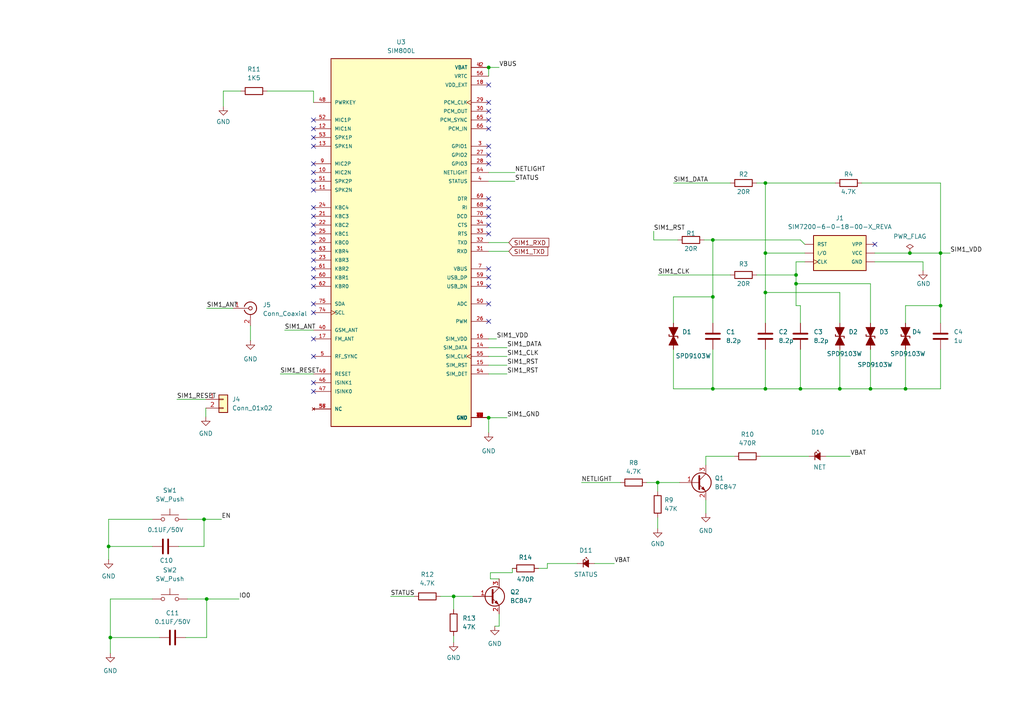
<source format=kicad_sch>
(kicad_sch
	(version 20231120)
	(generator "eeschema")
	(generator_version "8.0")
	(uuid "cebc580e-2758-4cad-9f51-af1d779c4773")
	(paper "A4")
	(lib_symbols
		(symbol "Connector:Conn_Coaxial"
			(pin_names
				(offset 1.016) hide)
			(exclude_from_sim no)
			(in_bom yes)
			(on_board yes)
			(property "Reference" "J"
				(at 0.254 3.048 0)
				(effects
					(font
						(size 1.27 1.27)
					)
				)
			)
			(property "Value" "Conn_Coaxial"
				(at 2.921 0 90)
				(effects
					(font
						(size 1.27 1.27)
					)
				)
			)
			(property "Footprint" ""
				(at 0 0 0)
				(effects
					(font
						(size 1.27 1.27)
					)
					(hide yes)
				)
			)
			(property "Datasheet" " ~"
				(at 0 0 0)
				(effects
					(font
						(size 1.27 1.27)
					)
					(hide yes)
				)
			)
			(property "Description" "coaxial connector (BNC, SMA, SMB, SMC, Cinch/RCA, LEMO, ...)"
				(at 0 0 0)
				(effects
					(font
						(size 1.27 1.27)
					)
					(hide yes)
				)
			)
			(property "ki_keywords" "BNC SMA SMB SMC LEMO coaxial connector CINCH RCA MCX MMCX U.FL UMRF"
				(at 0 0 0)
				(effects
					(font
						(size 1.27 1.27)
					)
					(hide yes)
				)
			)
			(property "ki_fp_filters" "*BNC* *SMA* *SMB* *SMC* *Cinch* *LEMO* *UMRF* *MCX* *U.FL*"
				(at 0 0 0)
				(effects
					(font
						(size 1.27 1.27)
					)
					(hide yes)
				)
			)
			(symbol "Conn_Coaxial_0_1"
				(arc
					(start -1.778 -0.508)
					(mid 0.2311 -1.8066)
					(end 1.778 0)
					(stroke
						(width 0.254)
						(type default)
					)
					(fill
						(type none)
					)
				)
				(polyline
					(pts
						(xy -2.54 0) (xy -0.508 0)
					)
					(stroke
						(width 0)
						(type default)
					)
					(fill
						(type none)
					)
				)
				(polyline
					(pts
						(xy 0 -2.54) (xy 0 -1.778)
					)
					(stroke
						(width 0)
						(type default)
					)
					(fill
						(type none)
					)
				)
				(circle
					(center 0 0)
					(radius 0.508)
					(stroke
						(width 0.2032)
						(type default)
					)
					(fill
						(type none)
					)
				)
				(arc
					(start 1.778 0)
					(mid 0.2099 1.8101)
					(end -1.778 0.508)
					(stroke
						(width 0.254)
						(type default)
					)
					(fill
						(type none)
					)
				)
			)
			(symbol "Conn_Coaxial_1_1"
				(pin passive line
					(at -5.08 0 0)
					(length 2.54)
					(name "In"
						(effects
							(font
								(size 1.27 1.27)
							)
						)
					)
					(number "1"
						(effects
							(font
								(size 1.27 1.27)
							)
						)
					)
				)
				(pin passive line
					(at 0 -5.08 90)
					(length 2.54)
					(name "Ext"
						(effects
							(font
								(size 1.27 1.27)
							)
						)
					)
					(number "2"
						(effects
							(font
								(size 1.27 1.27)
							)
						)
					)
				)
			)
		)
		(symbol "Connector_Generic:Conn_01x02"
			(pin_names
				(offset 1.016) hide)
			(exclude_from_sim no)
			(in_bom yes)
			(on_board yes)
			(property "Reference" "J"
				(at 0 2.54 0)
				(effects
					(font
						(size 1.27 1.27)
					)
				)
			)
			(property "Value" "Conn_01x02"
				(at 0 -5.08 0)
				(effects
					(font
						(size 1.27 1.27)
					)
				)
			)
			(property "Footprint" ""
				(at 0 0 0)
				(effects
					(font
						(size 1.27 1.27)
					)
					(hide yes)
				)
			)
			(property "Datasheet" "~"
				(at 0 0 0)
				(effects
					(font
						(size 1.27 1.27)
					)
					(hide yes)
				)
			)
			(property "Description" "Generic connector, single row, 01x02, script generated (kicad-library-utils/schlib/autogen/connector/)"
				(at 0 0 0)
				(effects
					(font
						(size 1.27 1.27)
					)
					(hide yes)
				)
			)
			(property "ki_keywords" "connector"
				(at 0 0 0)
				(effects
					(font
						(size 1.27 1.27)
					)
					(hide yes)
				)
			)
			(property "ki_fp_filters" "Connector*:*_1x??_*"
				(at 0 0 0)
				(effects
					(font
						(size 1.27 1.27)
					)
					(hide yes)
				)
			)
			(symbol "Conn_01x02_1_1"
				(rectangle
					(start -1.27 -2.413)
					(end 0 -2.667)
					(stroke
						(width 0.1524)
						(type default)
					)
					(fill
						(type none)
					)
				)
				(rectangle
					(start -1.27 0.127)
					(end 0 -0.127)
					(stroke
						(width 0.1524)
						(type default)
					)
					(fill
						(type none)
					)
				)
				(rectangle
					(start -1.27 1.27)
					(end 1.27 -3.81)
					(stroke
						(width 0.254)
						(type default)
					)
					(fill
						(type background)
					)
				)
				(pin passive line
					(at -5.08 0 0)
					(length 3.81)
					(name "Pin_1"
						(effects
							(font
								(size 1.27 1.27)
							)
						)
					)
					(number "1"
						(effects
							(font
								(size 1.27 1.27)
							)
						)
					)
				)
				(pin passive line
					(at -5.08 -2.54 0)
					(length 3.81)
					(name "Pin_2"
						(effects
							(font
								(size 1.27 1.27)
							)
						)
					)
					(number "2"
						(effects
							(font
								(size 1.27 1.27)
							)
						)
					)
				)
			)
		)
		(symbol "Device:C"
			(pin_numbers hide)
			(pin_names
				(offset 0.254)
			)
			(exclude_from_sim no)
			(in_bom yes)
			(on_board yes)
			(property "Reference" "C"
				(at 0.635 2.54 0)
				(effects
					(font
						(size 1.27 1.27)
					)
					(justify left)
				)
			)
			(property "Value" "C"
				(at 0.635 -2.54 0)
				(effects
					(font
						(size 1.27 1.27)
					)
					(justify left)
				)
			)
			(property "Footprint" ""
				(at 0.9652 -3.81 0)
				(effects
					(font
						(size 1.27 1.27)
					)
					(hide yes)
				)
			)
			(property "Datasheet" "~"
				(at 0 0 0)
				(effects
					(font
						(size 1.27 1.27)
					)
					(hide yes)
				)
			)
			(property "Description" "Unpolarized capacitor"
				(at 0 0 0)
				(effects
					(font
						(size 1.27 1.27)
					)
					(hide yes)
				)
			)
			(property "ki_keywords" "cap capacitor"
				(at 0 0 0)
				(effects
					(font
						(size 1.27 1.27)
					)
					(hide yes)
				)
			)
			(property "ki_fp_filters" "C_*"
				(at 0 0 0)
				(effects
					(font
						(size 1.27 1.27)
					)
					(hide yes)
				)
			)
			(symbol "C_0_1"
				(polyline
					(pts
						(xy -2.032 -0.762) (xy 2.032 -0.762)
					)
					(stroke
						(width 0.508)
						(type default)
					)
					(fill
						(type none)
					)
				)
				(polyline
					(pts
						(xy -2.032 0.762) (xy 2.032 0.762)
					)
					(stroke
						(width 0.508)
						(type default)
					)
					(fill
						(type none)
					)
				)
			)
			(symbol "C_1_1"
				(pin passive line
					(at 0 3.81 270)
					(length 2.794)
					(name "~"
						(effects
							(font
								(size 1.27 1.27)
							)
						)
					)
					(number "1"
						(effects
							(font
								(size 1.27 1.27)
							)
						)
					)
				)
				(pin passive line
					(at 0 -3.81 90)
					(length 2.794)
					(name "~"
						(effects
							(font
								(size 1.27 1.27)
							)
						)
					)
					(number "2"
						(effects
							(font
								(size 1.27 1.27)
							)
						)
					)
				)
			)
		)
		(symbol "Device:D_TVS_Filled"
			(pin_numbers hide)
			(pin_names
				(offset 1.016) hide)
			(exclude_from_sim no)
			(in_bom yes)
			(on_board yes)
			(property "Reference" "D"
				(at 0 2.54 0)
				(effects
					(font
						(size 1.27 1.27)
					)
				)
			)
			(property "Value" "D_TVS_Filled"
				(at 0 -2.54 0)
				(effects
					(font
						(size 1.27 1.27)
					)
				)
			)
			(property "Footprint" ""
				(at 0 0 0)
				(effects
					(font
						(size 1.27 1.27)
					)
					(hide yes)
				)
			)
			(property "Datasheet" "~"
				(at 0 0 0)
				(effects
					(font
						(size 1.27 1.27)
					)
					(hide yes)
				)
			)
			(property "Description" "Bidirectional transient-voltage-suppression diode, filled shape"
				(at 0 0 0)
				(effects
					(font
						(size 1.27 1.27)
					)
					(hide yes)
				)
			)
			(property "ki_keywords" "diode TVS thyrector"
				(at 0 0 0)
				(effects
					(font
						(size 1.27 1.27)
					)
					(hide yes)
				)
			)
			(property "ki_fp_filters" "TO-???* *_Diode_* *SingleDiode* D_*"
				(at 0 0 0)
				(effects
					(font
						(size 1.27 1.27)
					)
					(hide yes)
				)
			)
			(symbol "D_TVS_Filled_0_1"
				(polyline
					(pts
						(xy 1.27 0) (xy -1.27 0)
					)
					(stroke
						(width 0)
						(type default)
					)
					(fill
						(type none)
					)
				)
				(polyline
					(pts
						(xy -2.54 -1.27) (xy 0 0) (xy -2.54 1.27) (xy -2.54 -1.27)
					)
					(stroke
						(width 0.254)
						(type default)
					)
					(fill
						(type outline)
					)
				)
				(polyline
					(pts
						(xy 0.508 1.27) (xy 0 1.27) (xy 0 -1.27) (xy -0.508 -1.27)
					)
					(stroke
						(width 0.254)
						(type default)
					)
					(fill
						(type none)
					)
				)
				(polyline
					(pts
						(xy 2.54 1.27) (xy 2.54 -1.27) (xy 0 0) (xy 2.54 1.27)
					)
					(stroke
						(width 0.254)
						(type default)
					)
					(fill
						(type outline)
					)
				)
			)
			(symbol "D_TVS_Filled_1_1"
				(pin passive line
					(at -3.81 0 0)
					(length 2.54)
					(name "A1"
						(effects
							(font
								(size 1.27 1.27)
							)
						)
					)
					(number "1"
						(effects
							(font
								(size 1.27 1.27)
							)
						)
					)
				)
				(pin passive line
					(at 3.81 0 180)
					(length 2.54)
					(name "A2"
						(effects
							(font
								(size 1.27 1.27)
							)
						)
					)
					(number "2"
						(effects
							(font
								(size 1.27 1.27)
							)
						)
					)
				)
			)
		)
		(symbol "Device:LED_Small_Filled"
			(pin_numbers hide)
			(pin_names
				(offset 0.254) hide)
			(exclude_from_sim no)
			(in_bom yes)
			(on_board yes)
			(property "Reference" "D"
				(at -1.27 3.175 0)
				(effects
					(font
						(size 1.27 1.27)
					)
					(justify left)
				)
			)
			(property "Value" "LED_Small_Filled"
				(at -4.445 -2.54 0)
				(effects
					(font
						(size 1.27 1.27)
					)
					(justify left)
				)
			)
			(property "Footprint" ""
				(at 0 0 90)
				(effects
					(font
						(size 1.27 1.27)
					)
					(hide yes)
				)
			)
			(property "Datasheet" "~"
				(at 0 0 90)
				(effects
					(font
						(size 1.27 1.27)
					)
					(hide yes)
				)
			)
			(property "Description" "Light emitting diode, small symbol, filled shape"
				(at 0 0 0)
				(effects
					(font
						(size 1.27 1.27)
					)
					(hide yes)
				)
			)
			(property "ki_keywords" "LED diode light-emitting-diode"
				(at 0 0 0)
				(effects
					(font
						(size 1.27 1.27)
					)
					(hide yes)
				)
			)
			(property "ki_fp_filters" "LED* LED_SMD:* LED_THT:*"
				(at 0 0 0)
				(effects
					(font
						(size 1.27 1.27)
					)
					(hide yes)
				)
			)
			(symbol "LED_Small_Filled_0_1"
				(polyline
					(pts
						(xy -0.762 -1.016) (xy -0.762 1.016)
					)
					(stroke
						(width 0.254)
						(type default)
					)
					(fill
						(type none)
					)
				)
				(polyline
					(pts
						(xy 1.016 0) (xy -0.762 0)
					)
					(stroke
						(width 0)
						(type default)
					)
					(fill
						(type none)
					)
				)
				(polyline
					(pts
						(xy 0.762 -1.016) (xy -0.762 0) (xy 0.762 1.016) (xy 0.762 -1.016)
					)
					(stroke
						(width 0.254)
						(type default)
					)
					(fill
						(type outline)
					)
				)
				(polyline
					(pts
						(xy 0 0.762) (xy -0.508 1.27) (xy -0.254 1.27) (xy -0.508 1.27) (xy -0.508 1.016)
					)
					(stroke
						(width 0)
						(type default)
					)
					(fill
						(type none)
					)
				)
				(polyline
					(pts
						(xy 0.508 1.27) (xy 0 1.778) (xy 0.254 1.778) (xy 0 1.778) (xy 0 1.524)
					)
					(stroke
						(width 0)
						(type default)
					)
					(fill
						(type none)
					)
				)
			)
			(symbol "LED_Small_Filled_1_1"
				(pin passive line
					(at -2.54 0 0)
					(length 1.778)
					(name "K"
						(effects
							(font
								(size 1.27 1.27)
							)
						)
					)
					(number "1"
						(effects
							(font
								(size 1.27 1.27)
							)
						)
					)
				)
				(pin passive line
					(at 2.54 0 180)
					(length 1.778)
					(name "A"
						(effects
							(font
								(size 1.27 1.27)
							)
						)
					)
					(number "2"
						(effects
							(font
								(size 1.27 1.27)
							)
						)
					)
				)
			)
		)
		(symbol "Device:R"
			(pin_numbers hide)
			(pin_names
				(offset 0)
			)
			(exclude_from_sim no)
			(in_bom yes)
			(on_board yes)
			(property "Reference" "R"
				(at 2.032 0 90)
				(effects
					(font
						(size 1.27 1.27)
					)
				)
			)
			(property "Value" "R"
				(at 0 0 90)
				(effects
					(font
						(size 1.27 1.27)
					)
				)
			)
			(property "Footprint" ""
				(at -1.778 0 90)
				(effects
					(font
						(size 1.27 1.27)
					)
					(hide yes)
				)
			)
			(property "Datasheet" "~"
				(at 0 0 0)
				(effects
					(font
						(size 1.27 1.27)
					)
					(hide yes)
				)
			)
			(property "Description" "Resistor"
				(at 0 0 0)
				(effects
					(font
						(size 1.27 1.27)
					)
					(hide yes)
				)
			)
			(property "ki_keywords" "R res resistor"
				(at 0 0 0)
				(effects
					(font
						(size 1.27 1.27)
					)
					(hide yes)
				)
			)
			(property "ki_fp_filters" "R_*"
				(at 0 0 0)
				(effects
					(font
						(size 1.27 1.27)
					)
					(hide yes)
				)
			)
			(symbol "R_0_1"
				(rectangle
					(start -1.016 -2.54)
					(end 1.016 2.54)
					(stroke
						(width 0.254)
						(type default)
					)
					(fill
						(type none)
					)
				)
			)
			(symbol "R_1_1"
				(pin passive line
					(at 0 3.81 270)
					(length 1.27)
					(name "~"
						(effects
							(font
								(size 1.27 1.27)
							)
						)
					)
					(number "1"
						(effects
							(font
								(size 1.27 1.27)
							)
						)
					)
				)
				(pin passive line
					(at 0 -3.81 90)
					(length 1.27)
					(name "~"
						(effects
							(font
								(size 1.27 1.27)
							)
						)
					)
					(number "2"
						(effects
							(font
								(size 1.27 1.27)
							)
						)
					)
				)
			)
		)
		(symbol "GND_1"
			(power)
			(pin_numbers hide)
			(pin_names
				(offset 0) hide)
			(exclude_from_sim no)
			(in_bom yes)
			(on_board yes)
			(property "Reference" "#PWR"
				(at 0 -6.35 0)
				(effects
					(font
						(size 1.27 1.27)
					)
					(hide yes)
				)
			)
			(property "Value" "GND"
				(at 0 -3.81 0)
				(effects
					(font
						(size 1.27 1.27)
					)
				)
			)
			(property "Footprint" ""
				(at 0 0 0)
				(effects
					(font
						(size 1.27 1.27)
					)
					(hide yes)
				)
			)
			(property "Datasheet" ""
				(at 0 0 0)
				(effects
					(font
						(size 1.27 1.27)
					)
					(hide yes)
				)
			)
			(property "Description" "Power symbol creates a global label with name \"GND\" , ground"
				(at 0 0 0)
				(effects
					(font
						(size 1.27 1.27)
					)
					(hide yes)
				)
			)
			(property "ki_keywords" "global power"
				(at 0 0 0)
				(effects
					(font
						(size 1.27 1.27)
					)
					(hide yes)
				)
			)
			(symbol "GND_1_0_1"
				(polyline
					(pts
						(xy 0 0) (xy 0 -1.27) (xy 1.27 -1.27) (xy 0 -2.54) (xy -1.27 -1.27) (xy 0 -1.27)
					)
					(stroke
						(width 0)
						(type default)
					)
					(fill
						(type none)
					)
				)
			)
			(symbol "GND_1_1_1"
				(pin power_in line
					(at 0 0 270)
					(length 0)
					(name "~"
						(effects
							(font
								(size 1.27 1.27)
							)
						)
					)
					(number "1"
						(effects
							(font
								(size 1.27 1.27)
							)
						)
					)
				)
			)
		)
		(symbol "GND_2"
			(power)
			(pin_numbers hide)
			(pin_names
				(offset 0) hide)
			(exclude_from_sim no)
			(in_bom yes)
			(on_board yes)
			(property "Reference" "#PWR"
				(at 0 -6.35 0)
				(effects
					(font
						(size 1.27 1.27)
					)
					(hide yes)
				)
			)
			(property "Value" "GND"
				(at 0 -3.81 0)
				(effects
					(font
						(size 1.27 1.27)
					)
				)
			)
			(property "Footprint" ""
				(at 0 0 0)
				(effects
					(font
						(size 1.27 1.27)
					)
					(hide yes)
				)
			)
			(property "Datasheet" ""
				(at 0 0 0)
				(effects
					(font
						(size 1.27 1.27)
					)
					(hide yes)
				)
			)
			(property "Description" "Power symbol creates a global label with name \"GND\" , ground"
				(at 0 0 0)
				(effects
					(font
						(size 1.27 1.27)
					)
					(hide yes)
				)
			)
			(property "ki_keywords" "global power"
				(at 0 0 0)
				(effects
					(font
						(size 1.27 1.27)
					)
					(hide yes)
				)
			)
			(symbol "GND_2_0_1"
				(polyline
					(pts
						(xy 0 0) (xy 0 -1.27) (xy 1.27 -1.27) (xy 0 -2.54) (xy -1.27 -1.27) (xy 0 -1.27)
					)
					(stroke
						(width 0)
						(type default)
					)
					(fill
						(type none)
					)
				)
			)
			(symbol "GND_2_1_1"
				(pin power_in line
					(at 0 0 270)
					(length 0)
					(name "~"
						(effects
							(font
								(size 1.27 1.27)
							)
						)
					)
					(number "1"
						(effects
							(font
								(size 1.27 1.27)
							)
						)
					)
				)
			)
		)
		(symbol "GND_3"
			(power)
			(pin_numbers hide)
			(pin_names
				(offset 0) hide)
			(exclude_from_sim no)
			(in_bom yes)
			(on_board yes)
			(property "Reference" "#PWR"
				(at 0 -6.35 0)
				(effects
					(font
						(size 1.27 1.27)
					)
					(hide yes)
				)
			)
			(property "Value" "GND"
				(at 0 -3.81 0)
				(effects
					(font
						(size 1.27 1.27)
					)
				)
			)
			(property "Footprint" ""
				(at 0 0 0)
				(effects
					(font
						(size 1.27 1.27)
					)
					(hide yes)
				)
			)
			(property "Datasheet" ""
				(at 0 0 0)
				(effects
					(font
						(size 1.27 1.27)
					)
					(hide yes)
				)
			)
			(property "Description" "Power symbol creates a global label with name \"GND\" , ground"
				(at 0 0 0)
				(effects
					(font
						(size 1.27 1.27)
					)
					(hide yes)
				)
			)
			(property "ki_keywords" "global power"
				(at 0 0 0)
				(effects
					(font
						(size 1.27 1.27)
					)
					(hide yes)
				)
			)
			(symbol "GND_3_0_1"
				(polyline
					(pts
						(xy 0 0) (xy 0 -1.27) (xy 1.27 -1.27) (xy 0 -2.54) (xy -1.27 -1.27) (xy 0 -1.27)
					)
					(stroke
						(width 0)
						(type default)
					)
					(fill
						(type none)
					)
				)
			)
			(symbol "GND_3_1_1"
				(pin power_in line
					(at 0 0 270)
					(length 0)
					(name "~"
						(effects
							(font
								(size 1.27 1.27)
							)
						)
					)
					(number "1"
						(effects
							(font
								(size 1.27 1.27)
							)
						)
					)
				)
			)
		)
		(symbol "GND_4"
			(power)
			(pin_numbers hide)
			(pin_names
				(offset 0) hide)
			(exclude_from_sim no)
			(in_bom yes)
			(on_board yes)
			(property "Reference" "#PWR"
				(at 0 -6.35 0)
				(effects
					(font
						(size 1.27 1.27)
					)
					(hide yes)
				)
			)
			(property "Value" "GND"
				(at 0 -3.81 0)
				(effects
					(font
						(size 1.27 1.27)
					)
				)
			)
			(property "Footprint" ""
				(at 0 0 0)
				(effects
					(font
						(size 1.27 1.27)
					)
					(hide yes)
				)
			)
			(property "Datasheet" ""
				(at 0 0 0)
				(effects
					(font
						(size 1.27 1.27)
					)
					(hide yes)
				)
			)
			(property "Description" "Power symbol creates a global label with name \"GND\" , ground"
				(at 0 0 0)
				(effects
					(font
						(size 1.27 1.27)
					)
					(hide yes)
				)
			)
			(property "ki_keywords" "global power"
				(at 0 0 0)
				(effects
					(font
						(size 1.27 1.27)
					)
					(hide yes)
				)
			)
			(symbol "GND_4_0_1"
				(polyline
					(pts
						(xy 0 0) (xy 0 -1.27) (xy 1.27 -1.27) (xy 0 -2.54) (xy -1.27 -1.27) (xy 0 -1.27)
					)
					(stroke
						(width 0)
						(type default)
					)
					(fill
						(type none)
					)
				)
			)
			(symbol "GND_4_1_1"
				(pin power_in line
					(at 0 0 270)
					(length 0)
					(name "~"
						(effects
							(font
								(size 1.27 1.27)
							)
						)
					)
					(number "1"
						(effects
							(font
								(size 1.27 1.27)
							)
						)
					)
				)
			)
		)
		(symbol "GND_5"
			(power)
			(pin_numbers hide)
			(pin_names
				(offset 0) hide)
			(exclude_from_sim no)
			(in_bom yes)
			(on_board yes)
			(property "Reference" "#PWR"
				(at 0 -6.35 0)
				(effects
					(font
						(size 1.27 1.27)
					)
					(hide yes)
				)
			)
			(property "Value" "GND"
				(at 0 -3.81 0)
				(effects
					(font
						(size 1.27 1.27)
					)
				)
			)
			(property "Footprint" ""
				(at 0 0 0)
				(effects
					(font
						(size 1.27 1.27)
					)
					(hide yes)
				)
			)
			(property "Datasheet" ""
				(at 0 0 0)
				(effects
					(font
						(size 1.27 1.27)
					)
					(hide yes)
				)
			)
			(property "Description" "Power symbol creates a global label with name \"GND\" , ground"
				(at 0 0 0)
				(effects
					(font
						(size 1.27 1.27)
					)
					(hide yes)
				)
			)
			(property "ki_keywords" "global power"
				(at 0 0 0)
				(effects
					(font
						(size 1.27 1.27)
					)
					(hide yes)
				)
			)
			(symbol "GND_5_0_1"
				(polyline
					(pts
						(xy 0 0) (xy 0 -1.27) (xy 1.27 -1.27) (xy 0 -2.54) (xy -1.27 -1.27) (xy 0 -1.27)
					)
					(stroke
						(width 0)
						(type default)
					)
					(fill
						(type none)
					)
				)
			)
			(symbol "GND_5_1_1"
				(pin power_in line
					(at 0 0 270)
					(length 0)
					(name "~"
						(effects
							(font
								(size 1.27 1.27)
							)
						)
					)
					(number "1"
						(effects
							(font
								(size 1.27 1.27)
							)
						)
					)
				)
			)
		)
		(symbol "SCH_LIB:SIM7200-6-0-18-00-X_REVA"
			(pin_numbers hide)
			(pin_names
				(offset 1.016)
			)
			(exclude_from_sim no)
			(in_bom yes)
			(on_board yes)
			(property "Reference" "J"
				(at -7.62 5.588 0)
				(effects
					(font
						(size 1.27 1.27)
					)
					(justify left bottom)
				)
			)
			(property "Value" "SIM7200-6-0-18-00-X_REVA"
				(at -7.62 -7.62 0)
				(effects
					(font
						(size 1.27 1.27)
					)
					(justify left bottom)
				)
			)
			(property "Footprint" "LocalLib:GCT_SIM7050-6-0-00-X_REVC"
				(at -5.715 5.715 0)
				(effects
					(font
						(size 1.27 1.27)
					)
					(justify left bottom)
					(hide yes)
				)
			)
			(property "Datasheet" ""
				(at 0 0 0)
				(effects
					(font
						(size 1.27 1.27)
					)
					(justify left bottom)
					(hide yes)
				)
			)
			(property "Description" "6 Position Card Connector Micro SIM Surface Mount, Right Angle Gold"
				(at 0 0 0)
				(effects
					(font
						(size 1.27 1.27)
					)
					(hide yes)
				)
			)
			(property "MANUFACTURER" "GCT"
				(at -5.715 7.62 0)
				(effects
					(font
						(size 1.27 1.27)
					)
					(justify left bottom)
					(hide yes)
				)
			)
			(symbol "SIM7200-6-0-18-00-X_REVA_0_0"
				(rectangle
					(start -7.62 -5.08)
					(end 7.62 5.08)
					(stroke
						(width 0.254)
						(type default)
					)
					(fill
						(type background)
					)
				)
				(pin power_in line
					(at 10.16 0 180)
					(length 2.54)
					(name "VCC"
						(effects
							(font
								(size 1.016 1.016)
							)
						)
					)
					(number "C1"
						(effects
							(font
								(size 1.016 1.016)
							)
						)
					)
				)
				(pin input line
					(at -10.16 2.54 0)
					(length 2.54)
					(name "RST"
						(effects
							(font
								(size 1.016 1.016)
							)
						)
					)
					(number "C2"
						(effects
							(font
								(size 1.016 1.016)
							)
						)
					)
				)
				(pin bidirectional clock
					(at -10.16 -2.54 0)
					(length 2.54)
					(name "CLK"
						(effects
							(font
								(size 1.016 1.016)
							)
						)
					)
					(number "C3"
						(effects
							(font
								(size 1.016 1.016)
							)
						)
					)
				)
				(pin power_in line
					(at 10.16 -2.54 180)
					(length 2.54)
					(name "GND"
						(effects
							(font
								(size 1.016 1.016)
							)
						)
					)
					(number "C5"
						(effects
							(font
								(size 1.016 1.016)
							)
						)
					)
				)
				(pin power_in line
					(at 10.16 2.54 180)
					(length 2.54)
					(name "VPP"
						(effects
							(font
								(size 1.016 1.016)
							)
						)
					)
					(number "C6"
						(effects
							(font
								(size 1.016 1.016)
							)
						)
					)
				)
				(pin bidirectional line
					(at -10.16 0 0)
					(length 2.54)
					(name "I/O"
						(effects
							(font
								(size 1.016 1.016)
							)
						)
					)
					(number "C7"
						(effects
							(font
								(size 1.016 1.016)
							)
						)
					)
				)
			)
		)
		(symbol "SIM800L:SIM800L"
			(pin_names
				(offset 1.016)
			)
			(exclude_from_sim no)
			(in_bom yes)
			(on_board yes)
			(property "Reference" "U"
				(at -20.32 55.88 0)
				(effects
					(font
						(size 1.27 1.27)
					)
					(justify left bottom)
				)
			)
			(property "Value" "SIM800L"
				(at -20.32 -58.42 0)
				(effects
					(font
						(size 1.27 1.27)
					)
					(justify left bottom)
				)
			)
			(property "Footprint" "MODULE_SIM800L"
				(at 0 0 0)
				(effects
					(font
						(size 1.27 1.27)
					)
					(justify left bottom)
					(hide yes)
				)
			)
			(property "Datasheet" ""
				(at 0 0 0)
				(effects
					(font
						(size 1.27 1.27)
					)
					(justify left bottom)
					(hide yes)
				)
			)
			(property "Description" "\\nSIM800L GSM RF M5Stack Platform Evaluation Expansion Board\\n"
				(at 0 0 0)
				(effects
					(font
						(size 1.27 1.27)
					)
					(justify left bottom)
					(hide yes)
				)
			)
			(property "MAXIMUM_PACKAGE_HEIGHT" "2.55 mm"
				(at 0 0 0)
				(effects
					(font
						(size 1.27 1.27)
					)
					(justify left bottom)
					(hide yes)
				)
			)
			(property "Package" "None"
				(at 0 0 0)
				(effects
					(font
						(size 1.27 1.27)
					)
					(justify left bottom)
					(hide yes)
				)
			)
			(property "Price" "None"
				(at 0 0 0)
				(effects
					(font
						(size 1.27 1.27)
					)
					(justify left bottom)
					(hide yes)
				)
			)
			(property "Check_prices" "https://www.snapeda.com/parts/SIM800L/SIMcom+Wireless+solutions+Co.%252CLtd/view-part/?ref=eda"
				(at 0 0 0)
				(effects
					(font
						(size 1.27 1.27)
					)
					(justify left bottom)
					(hide yes)
				)
			)
			(property "STANDARD" "Manufacturer Recommendations"
				(at 0 0 0)
				(effects
					(font
						(size 1.27 1.27)
					)
					(justify left bottom)
					(hide yes)
				)
			)
			(property "PARTREV" "1.01"
				(at 0 0 0)
				(effects
					(font
						(size 1.27 1.27)
					)
					(justify left bottom)
					(hide yes)
				)
			)
			(property "SnapEDA_Link" "https://www.snapeda.com/parts/SIM800L/SIMcom+Wireless+solutions+Co.%252CLtd/view-part/?ref=snap"
				(at 0 0 0)
				(effects
					(font
						(size 1.27 1.27)
					)
					(justify left bottom)
					(hide yes)
				)
			)
			(property "MP" "SIM800L"
				(at 0 0 0)
				(effects
					(font
						(size 1.27 1.27)
					)
					(justify left bottom)
					(hide yes)
				)
			)
			(property "MANUFACTURER" "Simcom"
				(at 0 0 0)
				(effects
					(font
						(size 1.27 1.27)
					)
					(justify left bottom)
					(hide yes)
				)
			)
			(property "Availability" "In Stock"
				(at 0 0 0)
				(effects
					(font
						(size 1.27 1.27)
					)
					(justify left bottom)
					(hide yes)
				)
			)
			(property "SNAPEDA_PN" "SIM800L"
				(at 0 0 0)
				(effects
					(font
						(size 1.27 1.27)
					)
					(justify left bottom)
					(hide yes)
				)
			)
			(property "ki_locked" ""
				(at 0 0 0)
				(effects
					(font
						(size 1.27 1.27)
					)
				)
			)
			(symbol "SIM800L_0_0"
				(rectangle
					(start -20.32 -53.34)
					(end 20.32 53.34)
					(stroke
						(width 0.254)
						(type solid)
					)
					(fill
						(type background)
					)
				)
				(pin power_in line
					(at 25.4 50.8 180)
					(length 5.08)
					(name "VBAT"
						(effects
							(font
								(size 1.016 1.016)
							)
						)
					)
					(number "1"
						(effects
							(font
								(size 1.016 1.016)
							)
						)
					)
				)
				(pin input line
					(at -25.4 20.32 0)
					(length 5.08)
					(name "MIC2N"
						(effects
							(font
								(size 1.016 1.016)
							)
						)
					)
					(number "10"
						(effects
							(font
								(size 1.016 1.016)
							)
						)
					)
				)
				(pin output line
					(at -25.4 15.24 0)
					(length 5.08)
					(name "SPK2N"
						(effects
							(font
								(size 1.016 1.016)
							)
						)
					)
					(number "11"
						(effects
							(font
								(size 1.016 1.016)
							)
						)
					)
				)
				(pin input line
					(at -25.4 33.02 0)
					(length 5.08)
					(name "MIC1N"
						(effects
							(font
								(size 1.016 1.016)
							)
						)
					)
					(number "12"
						(effects
							(font
								(size 1.016 1.016)
							)
						)
					)
				)
				(pin output line
					(at -25.4 27.94 0)
					(length 5.08)
					(name "SPK1N"
						(effects
							(font
								(size 1.016 1.016)
							)
						)
					)
					(number "13"
						(effects
							(font
								(size 1.016 1.016)
							)
						)
					)
				)
				(pin bidirectional line
					(at 25.4 -30.48 180)
					(length 5.08)
					(name "SIM_DATA"
						(effects
							(font
								(size 1.016 1.016)
							)
						)
					)
					(number "14"
						(effects
							(font
								(size 1.016 1.016)
							)
						)
					)
				)
				(pin output line
					(at 25.4 -35.56 180)
					(length 5.08)
					(name "SIM_RST"
						(effects
							(font
								(size 1.016 1.016)
							)
						)
					)
					(number "15"
						(effects
							(font
								(size 1.016 1.016)
							)
						)
					)
				)
				(pin output line
					(at 25.4 -27.94 180)
					(length 5.08)
					(name "SIM_VDD"
						(effects
							(font
								(size 1.016 1.016)
							)
						)
					)
					(number "16"
						(effects
							(font
								(size 1.016 1.016)
							)
						)
					)
				)
				(pin input line
					(at -25.4 -27.94 0)
					(length 5.08)
					(name "FM_ANT"
						(effects
							(font
								(size 1.016 1.016)
							)
						)
					)
					(number "17"
						(effects
							(font
								(size 1.016 1.016)
							)
						)
					)
				)
				(pin power_in line
					(at 25.4 45.72 180)
					(length 5.08)
					(name "VDD_EXT"
						(effects
							(font
								(size 1.016 1.016)
							)
						)
					)
					(number "18"
						(effects
							(font
								(size 1.016 1.016)
							)
						)
					)
				)
				(pin bidirectional line
					(at 25.4 -12.7 180)
					(length 5.08)
					(name "USB_DN"
						(effects
							(font
								(size 1.016 1.016)
							)
						)
					)
					(number "19"
						(effects
							(font
								(size 1.016 1.016)
							)
						)
					)
				)
				(pin power_in line
					(at 25.4 -50.8 180)
					(length 5.08)
					(name "GND"
						(effects
							(font
								(size 1.016 1.016)
							)
						)
					)
					(number "2"
						(effects
							(font
								(size 1.016 1.016)
							)
						)
					)
				)
				(pin input line
					(at -25.4 0 0)
					(length 5.08)
					(name "KBC0"
						(effects
							(font
								(size 1.016 1.016)
							)
						)
					)
					(number "20"
						(effects
							(font
								(size 1.016 1.016)
							)
						)
					)
				)
				(pin input line
					(at -25.4 7.62 0)
					(length 5.08)
					(name "KBC3"
						(effects
							(font
								(size 1.016 1.016)
							)
						)
					)
					(number "21"
						(effects
							(font
								(size 1.016 1.016)
							)
						)
					)
				)
				(pin input line
					(at -25.4 5.08 0)
					(length 5.08)
					(name "KBC2"
						(effects
							(font
								(size 1.016 1.016)
							)
						)
					)
					(number "22"
						(effects
							(font
								(size 1.016 1.016)
							)
						)
					)
				)
				(pin output line
					(at -25.4 -5.08 0)
					(length 5.08)
					(name "KBR3"
						(effects
							(font
								(size 1.016 1.016)
							)
						)
					)
					(number "23"
						(effects
							(font
								(size 1.016 1.016)
							)
						)
					)
				)
				(pin input line
					(at -25.4 10.16 0)
					(length 5.08)
					(name "KBC4"
						(effects
							(font
								(size 1.016 1.016)
							)
						)
					)
					(number "24"
						(effects
							(font
								(size 1.016 1.016)
							)
						)
					)
				)
				(pin input line
					(at -25.4 2.54 0)
					(length 5.08)
					(name "KBC1"
						(effects
							(font
								(size 1.016 1.016)
							)
						)
					)
					(number "25"
						(effects
							(font
								(size 1.016 1.016)
							)
						)
					)
				)
				(pin output line
					(at 25.4 -22.86 180)
					(length 5.08)
					(name "PWM"
						(effects
							(font
								(size 1.016 1.016)
							)
						)
					)
					(number "26"
						(effects
							(font
								(size 1.016 1.016)
							)
						)
					)
				)
				(pin bidirectional line
					(at 25.4 25.4 180)
					(length 5.08)
					(name "GPIO2"
						(effects
							(font
								(size 1.016 1.016)
							)
						)
					)
					(number "27"
						(effects
							(font
								(size 1.016 1.016)
							)
						)
					)
				)
				(pin bidirectional line
					(at 25.4 22.86 180)
					(length 5.08)
					(name "GPIO3"
						(effects
							(font
								(size 1.016 1.016)
							)
						)
					)
					(number "28"
						(effects
							(font
								(size 1.016 1.016)
							)
						)
					)
				)
				(pin output clock
					(at 25.4 40.64 180)
					(length 5.08)
					(name "PCM_CLK"
						(effects
							(font
								(size 1.016 1.016)
							)
						)
					)
					(number "29"
						(effects
							(font
								(size 1.016 1.016)
							)
						)
					)
				)
				(pin bidirectional line
					(at 25.4 27.94 180)
					(length 5.08)
					(name "GPIO1"
						(effects
							(font
								(size 1.016 1.016)
							)
						)
					)
					(number "3"
						(effects
							(font
								(size 1.016 1.016)
							)
						)
					)
				)
				(pin output line
					(at 25.4 38.1 180)
					(length 5.08)
					(name "PCM_OUT"
						(effects
							(font
								(size 1.016 1.016)
							)
						)
					)
					(number "30"
						(effects
							(font
								(size 1.016 1.016)
							)
						)
					)
				)
				(pin input line
					(at 25.4 -2.54 180)
					(length 5.08)
					(name "RXD"
						(effects
							(font
								(size 1.016 1.016)
							)
						)
					)
					(number "31"
						(effects
							(font
								(size 1.016 1.016)
							)
						)
					)
				)
				(pin output line
					(at 25.4 0 180)
					(length 5.08)
					(name "TXD"
						(effects
							(font
								(size 1.016 1.016)
							)
						)
					)
					(number "32"
						(effects
							(font
								(size 1.016 1.016)
							)
						)
					)
				)
				(pin input line
					(at 25.4 2.54 180)
					(length 5.08)
					(name "RTS"
						(effects
							(font
								(size 1.016 1.016)
							)
						)
					)
					(number "33"
						(effects
							(font
								(size 1.016 1.016)
							)
						)
					)
				)
				(pin output line
					(at 25.4 5.08 180)
					(length 5.08)
					(name "CTS"
						(effects
							(font
								(size 1.016 1.016)
							)
						)
					)
					(number "34"
						(effects
							(font
								(size 1.016 1.016)
							)
						)
					)
				)
				(pin power_in line
					(at 25.4 -50.8 180)
					(length 5.08)
					(name "GND"
						(effects
							(font
								(size 1.016 1.016)
							)
						)
					)
					(number "35"
						(effects
							(font
								(size 1.016 1.016)
							)
						)
					)
				)
				(pin no_connect line
					(at -25.4 -48.26 0)
					(length 5.08)
					(name "NC"
						(effects
							(font
								(size 1.016 1.016)
							)
						)
					)
					(number "36"
						(effects
							(font
								(size 1.016 1.016)
							)
						)
					)
				)
				(pin power_in line
					(at 25.4 -50.8 180)
					(length 5.08)
					(name "GND"
						(effects
							(font
								(size 1.016 1.016)
							)
						)
					)
					(number "37"
						(effects
							(font
								(size 1.016 1.016)
							)
						)
					)
				)
				(pin power_in line
					(at 25.4 -50.8 180)
					(length 5.08)
					(name "GND"
						(effects
							(font
								(size 1.016 1.016)
							)
						)
					)
					(number "38"
						(effects
							(font
								(size 1.016 1.016)
							)
						)
					)
				)
				(pin power_in line
					(at 25.4 -50.8 180)
					(length 5.08)
					(name "GND"
						(effects
							(font
								(size 1.016 1.016)
							)
						)
					)
					(number "39"
						(effects
							(font
								(size 1.016 1.016)
							)
						)
					)
				)
				(pin output line
					(at 25.4 17.78 180)
					(length 5.08)
					(name "STATUS"
						(effects
							(font
								(size 1.016 1.016)
							)
						)
					)
					(number "4"
						(effects
							(font
								(size 1.016 1.016)
							)
						)
					)
				)
				(pin bidirectional line
					(at -25.4 -25.4 0)
					(length 5.08)
					(name "GSM_ANT"
						(effects
							(font
								(size 1.016 1.016)
							)
						)
					)
					(number "40"
						(effects
							(font
								(size 1.016 1.016)
							)
						)
					)
				)
				(pin power_in line
					(at 25.4 -50.8 180)
					(length 5.08)
					(name "GND"
						(effects
							(font
								(size 1.016 1.016)
							)
						)
					)
					(number "41"
						(effects
							(font
								(size 1.016 1.016)
							)
						)
					)
				)
				(pin power_in line
					(at 25.4 50.8 180)
					(length 5.08)
					(name "VBAT"
						(effects
							(font
								(size 1.016 1.016)
							)
						)
					)
					(number "42"
						(effects
							(font
								(size 1.016 1.016)
							)
						)
					)
				)
				(pin power_in line
					(at 25.4 -50.8 180)
					(length 5.08)
					(name "GND"
						(effects
							(font
								(size 1.016 1.016)
							)
						)
					)
					(number "43"
						(effects
							(font
								(size 1.016 1.016)
							)
						)
					)
				)
				(pin power_in line
					(at 25.4 -50.8 180)
					(length 5.08)
					(name "GND"
						(effects
							(font
								(size 1.016 1.016)
							)
						)
					)
					(number "44"
						(effects
							(font
								(size 1.016 1.016)
							)
						)
					)
				)
				(pin power_in line
					(at 25.4 -50.8 180)
					(length 5.08)
					(name "GND"
						(effects
							(font
								(size 1.016 1.016)
							)
						)
					)
					(number "45"
						(effects
							(font
								(size 1.016 1.016)
							)
						)
					)
				)
				(pin input line
					(at -25.4 -40.64 0)
					(length 5.08)
					(name "ISINK1"
						(effects
							(font
								(size 1.016 1.016)
							)
						)
					)
					(number "46"
						(effects
							(font
								(size 1.016 1.016)
							)
						)
					)
				)
				(pin input line
					(at -25.4 -43.18 0)
					(length 5.08)
					(name "ISINK0"
						(effects
							(font
								(size 1.016 1.016)
							)
						)
					)
					(number "47"
						(effects
							(font
								(size 1.016 1.016)
							)
						)
					)
				)
				(pin input line
					(at -25.4 40.64 0)
					(length 5.08)
					(name "PWRKEY"
						(effects
							(font
								(size 1.016 1.016)
							)
						)
					)
					(number "48"
						(effects
							(font
								(size 1.016 1.016)
							)
						)
					)
				)
				(pin input line
					(at -25.4 -38.1 0)
					(length 5.08)
					(name "RESET"
						(effects
							(font
								(size 1.016 1.016)
							)
						)
					)
					(number "49"
						(effects
							(font
								(size 1.016 1.016)
							)
						)
					)
				)
				(pin output line
					(at -25.4 -33.02 0)
					(length 5.08)
					(name "RF_SYNC"
						(effects
							(font
								(size 1.016 1.016)
							)
						)
					)
					(number "5"
						(effects
							(font
								(size 1.016 1.016)
							)
						)
					)
				)
				(pin input line
					(at 25.4 -17.78 180)
					(length 5.08)
					(name "ADC"
						(effects
							(font
								(size 1.016 1.016)
							)
						)
					)
					(number "50"
						(effects
							(font
								(size 1.016 1.016)
							)
						)
					)
				)
				(pin output line
					(at -25.4 17.78 0)
					(length 5.08)
					(name "SPK2P"
						(effects
							(font
								(size 1.016 1.016)
							)
						)
					)
					(number "51"
						(effects
							(font
								(size 1.016 1.016)
							)
						)
					)
				)
				(pin input line
					(at -25.4 35.56 0)
					(length 5.08)
					(name "MIC1P"
						(effects
							(font
								(size 1.016 1.016)
							)
						)
					)
					(number "52"
						(effects
							(font
								(size 1.016 1.016)
							)
						)
					)
				)
				(pin output line
					(at -25.4 30.48 0)
					(length 5.08)
					(name "SPK1P"
						(effects
							(font
								(size 1.016 1.016)
							)
						)
					)
					(number "53"
						(effects
							(font
								(size 1.016 1.016)
							)
						)
					)
				)
				(pin input line
					(at 25.4 -38.1 180)
					(length 5.08)
					(name "SIM_DET"
						(effects
							(font
								(size 1.016 1.016)
							)
						)
					)
					(number "54"
						(effects
							(font
								(size 1.016 1.016)
							)
						)
					)
				)
				(pin output clock
					(at 25.4 -33.02 180)
					(length 5.08)
					(name "SIM_CLK"
						(effects
							(font
								(size 1.016 1.016)
							)
						)
					)
					(number "55"
						(effects
							(font
								(size 1.016 1.016)
							)
						)
					)
				)
				(pin power_in line
					(at 25.4 48.26 180)
					(length 5.08)
					(name "VRTC"
						(effects
							(font
								(size 1.016 1.016)
							)
						)
					)
					(number "56"
						(effects
							(font
								(size 1.016 1.016)
							)
						)
					)
				)
				(pin no_connect line
					(at -25.4 -48.26 0)
					(length 5.08)
					(name "NC"
						(effects
							(font
								(size 1.016 1.016)
							)
						)
					)
					(number "57"
						(effects
							(font
								(size 1.016 1.016)
							)
						)
					)
				)
				(pin power_in line
					(at 25.4 -50.8 180)
					(length 5.08)
					(name "GND"
						(effects
							(font
								(size 1.016 1.016)
							)
						)
					)
					(number "58"
						(effects
							(font
								(size 1.016 1.016)
							)
						)
					)
				)
				(pin bidirectional line
					(at 25.4 -10.16 180)
					(length 5.08)
					(name "USB_DP"
						(effects
							(font
								(size 1.016 1.016)
							)
						)
					)
					(number "59"
						(effects
							(font
								(size 1.016 1.016)
							)
						)
					)
				)
				(pin power_in line
					(at 25.4 -50.8 180)
					(length 5.08)
					(name "GND"
						(effects
							(font
								(size 1.016 1.016)
							)
						)
					)
					(number "6"
						(effects
							(font
								(size 1.016 1.016)
							)
						)
					)
				)
				(pin output line
					(at -25.4 -10.16 0)
					(length 5.08)
					(name "KBR1"
						(effects
							(font
								(size 1.016 1.016)
							)
						)
					)
					(number "60"
						(effects
							(font
								(size 1.016 1.016)
							)
						)
					)
				)
				(pin output line
					(at -25.4 -7.62 0)
					(length 5.08)
					(name "KBR2"
						(effects
							(font
								(size 1.016 1.016)
							)
						)
					)
					(number "61"
						(effects
							(font
								(size 1.016 1.016)
							)
						)
					)
				)
				(pin output line
					(at -25.4 -12.7 0)
					(length 5.08)
					(name "KBR0"
						(effects
							(font
								(size 1.016 1.016)
							)
						)
					)
					(number "62"
						(effects
							(font
								(size 1.016 1.016)
							)
						)
					)
				)
				(pin output line
					(at -25.4 -2.54 0)
					(length 5.08)
					(name "KBR4"
						(effects
							(font
								(size 1.016 1.016)
							)
						)
					)
					(number "63"
						(effects
							(font
								(size 1.016 1.016)
							)
						)
					)
				)
				(pin output line
					(at 25.4 20.32 180)
					(length 5.08)
					(name "NETLIGHT"
						(effects
							(font
								(size 1.016 1.016)
							)
						)
					)
					(number "64"
						(effects
							(font
								(size 1.016 1.016)
							)
						)
					)
				)
				(pin output line
					(at 25.4 35.56 180)
					(length 5.08)
					(name "PCM_SYNC"
						(effects
							(font
								(size 1.016 1.016)
							)
						)
					)
					(number "65"
						(effects
							(font
								(size 1.016 1.016)
							)
						)
					)
				)
				(pin input line
					(at 25.4 33.02 180)
					(length 5.08)
					(name "PCM_IN"
						(effects
							(font
								(size 1.016 1.016)
							)
						)
					)
					(number "66"
						(effects
							(font
								(size 1.016 1.016)
							)
						)
					)
				)
				(pin power_in line
					(at 25.4 -50.8 180)
					(length 5.08)
					(name "GND"
						(effects
							(font
								(size 1.016 1.016)
							)
						)
					)
					(number "67"
						(effects
							(font
								(size 1.016 1.016)
							)
						)
					)
				)
				(pin output line
					(at 25.4 10.16 180)
					(length 5.08)
					(name "RI"
						(effects
							(font
								(size 1.016 1.016)
							)
						)
					)
					(number "68"
						(effects
							(font
								(size 1.016 1.016)
							)
						)
					)
				)
				(pin input line
					(at 25.4 12.7 180)
					(length 5.08)
					(name "DTR"
						(effects
							(font
								(size 1.016 1.016)
							)
						)
					)
					(number "69"
						(effects
							(font
								(size 1.016 1.016)
							)
						)
					)
				)
				(pin input line
					(at 25.4 -7.62 180)
					(length 5.08)
					(name "VBUS"
						(effects
							(font
								(size 1.016 1.016)
							)
						)
					)
					(number "7"
						(effects
							(font
								(size 1.016 1.016)
							)
						)
					)
				)
				(pin output line
					(at 25.4 7.62 180)
					(length 5.08)
					(name "DCD"
						(effects
							(font
								(size 1.016 1.016)
							)
						)
					)
					(number "70"
						(effects
							(font
								(size 1.016 1.016)
							)
						)
					)
				)
				(pin power_in line
					(at 25.4 -50.8 180)
					(length 5.08)
					(name "GND"
						(effects
							(font
								(size 1.016 1.016)
							)
						)
					)
					(number "71"
						(effects
							(font
								(size 1.016 1.016)
							)
						)
					)
				)
				(pin power_in line
					(at 25.4 -50.8 180)
					(length 5.08)
					(name "GND"
						(effects
							(font
								(size 1.016 1.016)
							)
						)
					)
					(number "72"
						(effects
							(font
								(size 1.016 1.016)
							)
						)
					)
				)
				(pin power_in line
					(at 25.4 -50.8 180)
					(length 5.08)
					(name "GND"
						(effects
							(font
								(size 1.016 1.016)
							)
						)
					)
					(number "73"
						(effects
							(font
								(size 1.016 1.016)
							)
						)
					)
				)
				(pin output clock
					(at -25.4 -20.32 0)
					(length 5.08)
					(name "SCL"
						(effects
							(font
								(size 1.016 1.016)
							)
						)
					)
					(number "74"
						(effects
							(font
								(size 1.016 1.016)
							)
						)
					)
				)
				(pin bidirectional line
					(at -25.4 -17.78 0)
					(length 5.08)
					(name "SDA"
						(effects
							(font
								(size 1.016 1.016)
							)
						)
					)
					(number "75"
						(effects
							(font
								(size 1.016 1.016)
							)
						)
					)
				)
				(pin power_in line
					(at 25.4 -50.8 180)
					(length 5.08)
					(name "GND"
						(effects
							(font
								(size 1.016 1.016)
							)
						)
					)
					(number "76"
						(effects
							(font
								(size 1.016 1.016)
							)
						)
					)
				)
				(pin power_in line
					(at 25.4 -50.8 180)
					(length 5.08)
					(name "GND"
						(effects
							(font
								(size 1.016 1.016)
							)
						)
					)
					(number "77"
						(effects
							(font
								(size 1.016 1.016)
							)
						)
					)
				)
				(pin power_in line
					(at 25.4 -50.8 180)
					(length 5.08)
					(name "GND"
						(effects
							(font
								(size 1.016 1.016)
							)
						)
					)
					(number "78"
						(effects
							(font
								(size 1.016 1.016)
							)
						)
					)
				)
				(pin power_in line
					(at 25.4 -50.8 180)
					(length 5.08)
					(name "GND"
						(effects
							(font
								(size 1.016 1.016)
							)
						)
					)
					(number "79"
						(effects
							(font
								(size 1.016 1.016)
							)
						)
					)
				)
				(pin power_in line
					(at 25.4 -50.8 180)
					(length 5.08)
					(name "GND"
						(effects
							(font
								(size 1.016 1.016)
							)
						)
					)
					(number "8"
						(effects
							(font
								(size 1.016 1.016)
							)
						)
					)
				)
				(pin power_in line
					(at 25.4 -50.8 180)
					(length 5.08)
					(name "GND"
						(effects
							(font
								(size 1.016 1.016)
							)
						)
					)
					(number "80"
						(effects
							(font
								(size 1.016 1.016)
							)
						)
					)
				)
				(pin power_in line
					(at 25.4 -50.8 180)
					(length 5.08)
					(name "GND"
						(effects
							(font
								(size 1.016 1.016)
							)
						)
					)
					(number "81"
						(effects
							(font
								(size 1.016 1.016)
							)
						)
					)
				)
				(pin power_in line
					(at 25.4 -50.8 180)
					(length 5.08)
					(name "GND"
						(effects
							(font
								(size 1.016 1.016)
							)
						)
					)
					(number "82"
						(effects
							(font
								(size 1.016 1.016)
							)
						)
					)
				)
				(pin power_in line
					(at 25.4 -50.8 180)
					(length 5.08)
					(name "GND"
						(effects
							(font
								(size 1.016 1.016)
							)
						)
					)
					(number "83"
						(effects
							(font
								(size 1.016 1.016)
							)
						)
					)
				)
				(pin power_in line
					(at 25.4 -50.8 180)
					(length 5.08)
					(name "GND"
						(effects
							(font
								(size 1.016 1.016)
							)
						)
					)
					(number "84"
						(effects
							(font
								(size 1.016 1.016)
							)
						)
					)
				)
				(pin power_in line
					(at 25.4 -50.8 180)
					(length 5.08)
					(name "GND"
						(effects
							(font
								(size 1.016 1.016)
							)
						)
					)
					(number "85"
						(effects
							(font
								(size 1.016 1.016)
							)
						)
					)
				)
				(pin power_in line
					(at 25.4 -50.8 180)
					(length 5.08)
					(name "GND"
						(effects
							(font
								(size 1.016 1.016)
							)
						)
					)
					(number "86"
						(effects
							(font
								(size 1.016 1.016)
							)
						)
					)
				)
				(pin power_in line
					(at 25.4 -50.8 180)
					(length 5.08)
					(name "GND"
						(effects
							(font
								(size 1.016 1.016)
							)
						)
					)
					(number "87"
						(effects
							(font
								(size 1.016 1.016)
							)
						)
					)
				)
				(pin power_in line
					(at 25.4 -50.8 180)
					(length 5.08)
					(name "GND"
						(effects
							(font
								(size 1.016 1.016)
							)
						)
					)
					(number "88"
						(effects
							(font
								(size 1.016 1.016)
							)
						)
					)
				)
				(pin input line
					(at -25.4 22.86 0)
					(length 5.08)
					(name "MIC2P"
						(effects
							(font
								(size 1.016 1.016)
							)
						)
					)
					(number "9"
						(effects
							(font
								(size 1.016 1.016)
							)
						)
					)
				)
			)
		)
		(symbol "Switch:SW_Push"
			(pin_numbers hide)
			(pin_names
				(offset 1.016) hide)
			(exclude_from_sim no)
			(in_bom yes)
			(on_board yes)
			(property "Reference" "SW"
				(at 1.27 2.54 0)
				(effects
					(font
						(size 1.27 1.27)
					)
					(justify left)
				)
			)
			(property "Value" "SW_Push"
				(at 0 -1.524 0)
				(effects
					(font
						(size 1.27 1.27)
					)
				)
			)
			(property "Footprint" ""
				(at 0 5.08 0)
				(effects
					(font
						(size 1.27 1.27)
					)
					(hide yes)
				)
			)
			(property "Datasheet" "~"
				(at 0 5.08 0)
				(effects
					(font
						(size 1.27 1.27)
					)
					(hide yes)
				)
			)
			(property "Description" "Push button switch, generic, two pins"
				(at 0 0 0)
				(effects
					(font
						(size 1.27 1.27)
					)
					(hide yes)
				)
			)
			(property "ki_keywords" "switch normally-open pushbutton push-button"
				(at 0 0 0)
				(effects
					(font
						(size 1.27 1.27)
					)
					(hide yes)
				)
			)
			(symbol "SW_Push_0_1"
				(circle
					(center -2.032 0)
					(radius 0.508)
					(stroke
						(width 0)
						(type default)
					)
					(fill
						(type none)
					)
				)
				(polyline
					(pts
						(xy 0 1.27) (xy 0 3.048)
					)
					(stroke
						(width 0)
						(type default)
					)
					(fill
						(type none)
					)
				)
				(polyline
					(pts
						(xy 2.54 1.27) (xy -2.54 1.27)
					)
					(stroke
						(width 0)
						(type default)
					)
					(fill
						(type none)
					)
				)
				(circle
					(center 2.032 0)
					(radius 0.508)
					(stroke
						(width 0)
						(type default)
					)
					(fill
						(type none)
					)
				)
				(pin passive line
					(at -5.08 0 0)
					(length 2.54)
					(name "1"
						(effects
							(font
								(size 1.27 1.27)
							)
						)
					)
					(number "1"
						(effects
							(font
								(size 1.27 1.27)
							)
						)
					)
				)
				(pin passive line
					(at 5.08 0 180)
					(length 2.54)
					(name "2"
						(effects
							(font
								(size 1.27 1.27)
							)
						)
					)
					(number "2"
						(effects
							(font
								(size 1.27 1.27)
							)
						)
					)
				)
			)
		)
		(symbol "Transistor_BJT:BC847"
			(pin_names
				(offset 0) hide)
			(exclude_from_sim no)
			(in_bom yes)
			(on_board yes)
			(property "Reference" "Q"
				(at 5.08 1.905 0)
				(effects
					(font
						(size 1.27 1.27)
					)
					(justify left)
				)
			)
			(property "Value" "BC847"
				(at 5.08 0 0)
				(effects
					(font
						(size 1.27 1.27)
					)
					(justify left)
				)
			)
			(property "Footprint" "Package_TO_SOT_SMD:SOT-23"
				(at 5.08 -1.905 0)
				(effects
					(font
						(size 1.27 1.27)
						(italic yes)
					)
					(justify left)
					(hide yes)
				)
			)
			(property "Datasheet" "http://www.infineon.com/dgdl/Infineon-BC847SERIES_BC848SERIES_BC849SERIES_BC850SERIES-DS-v01_01-en.pdf?fileId=db3a304314dca389011541d4630a1657"
				(at 0 0 0)
				(effects
					(font
						(size 1.27 1.27)
					)
					(justify left)
					(hide yes)
				)
			)
			(property "Description" "0.1A Ic, 45V Vce, NPN Transistor, SOT-23"
				(at 0 0 0)
				(effects
					(font
						(size 1.27 1.27)
					)
					(hide yes)
				)
			)
			(property "ki_keywords" "NPN Small Signal Transistor"
				(at 0 0 0)
				(effects
					(font
						(size 1.27 1.27)
					)
					(hide yes)
				)
			)
			(property "ki_fp_filters" "SOT?23*"
				(at 0 0 0)
				(effects
					(font
						(size 1.27 1.27)
					)
					(hide yes)
				)
			)
			(symbol "BC847_0_1"
				(polyline
					(pts
						(xy 0.635 0.635) (xy 2.54 2.54)
					)
					(stroke
						(width 0)
						(type default)
					)
					(fill
						(type none)
					)
				)
				(polyline
					(pts
						(xy 0.635 -0.635) (xy 2.54 -2.54) (xy 2.54 -2.54)
					)
					(stroke
						(width 0)
						(type default)
					)
					(fill
						(type none)
					)
				)
				(polyline
					(pts
						(xy 0.635 1.905) (xy 0.635 -1.905) (xy 0.635 -1.905)
					)
					(stroke
						(width 0.508)
						(type default)
					)
					(fill
						(type none)
					)
				)
				(polyline
					(pts
						(xy 1.27 -1.778) (xy 1.778 -1.27) (xy 2.286 -2.286) (xy 1.27 -1.778) (xy 1.27 -1.778)
					)
					(stroke
						(width 0)
						(type default)
					)
					(fill
						(type outline)
					)
				)
				(circle
					(center 1.27 0)
					(radius 2.8194)
					(stroke
						(width 0.254)
						(type default)
					)
					(fill
						(type none)
					)
				)
			)
			(symbol "BC847_1_1"
				(pin input line
					(at -5.08 0 0)
					(length 5.715)
					(name "B"
						(effects
							(font
								(size 1.27 1.27)
							)
						)
					)
					(number "1"
						(effects
							(font
								(size 1.27 1.27)
							)
						)
					)
				)
				(pin passive line
					(at 2.54 -5.08 90)
					(length 2.54)
					(name "E"
						(effects
							(font
								(size 1.27 1.27)
							)
						)
					)
					(number "2"
						(effects
							(font
								(size 1.27 1.27)
							)
						)
					)
				)
				(pin passive line
					(at 2.54 5.08 270)
					(length 2.54)
					(name "C"
						(effects
							(font
								(size 1.27 1.27)
							)
						)
					)
					(number "3"
						(effects
							(font
								(size 1.27 1.27)
							)
						)
					)
				)
			)
		)
		(symbol "power:GND"
			(power)
			(pin_names
				(offset 0)
			)
			(exclude_from_sim no)
			(in_bom yes)
			(on_board yes)
			(property "Reference" "#PWR"
				(at 0 -6.35 0)
				(effects
					(font
						(size 1.27 1.27)
					)
					(hide yes)
				)
			)
			(property "Value" "GND"
				(at 0 -3.81 0)
				(effects
					(font
						(size 1.27 1.27)
					)
				)
			)
			(property "Footprint" ""
				(at 0 0 0)
				(effects
					(font
						(size 1.27 1.27)
					)
					(hide yes)
				)
			)
			(property "Datasheet" ""
				(at 0 0 0)
				(effects
					(font
						(size 1.27 1.27)
					)
					(hide yes)
				)
			)
			(property "Description" "Power symbol creates a global label with name \"GND\" , ground"
				(at 0 0 0)
				(effects
					(font
						(size 1.27 1.27)
					)
					(hide yes)
				)
			)
			(property "ki_keywords" "global power"
				(at 0 0 0)
				(effects
					(font
						(size 1.27 1.27)
					)
					(hide yes)
				)
			)
			(symbol "GND_0_1"
				(polyline
					(pts
						(xy 0 0) (xy 0 -1.27) (xy 1.27 -1.27) (xy 0 -2.54) (xy -1.27 -1.27) (xy 0 -1.27)
					)
					(stroke
						(width 0)
						(type default)
					)
					(fill
						(type none)
					)
				)
			)
			(symbol "GND_1_1"
				(pin power_in line
					(at 0 0 270)
					(length 0) hide
					(name "GND"
						(effects
							(font
								(size 1.27 1.27)
							)
						)
					)
					(number "1"
						(effects
							(font
								(size 1.27 1.27)
							)
						)
					)
				)
			)
		)
		(symbol "power:PWR_FLAG"
			(power)
			(pin_numbers hide)
			(pin_names
				(offset 0) hide)
			(exclude_from_sim no)
			(in_bom yes)
			(on_board yes)
			(property "Reference" "#FLG"
				(at 0 1.905 0)
				(effects
					(font
						(size 1.27 1.27)
					)
					(hide yes)
				)
			)
			(property "Value" "PWR_FLAG"
				(at 0 3.81 0)
				(effects
					(font
						(size 1.27 1.27)
					)
				)
			)
			(property "Footprint" ""
				(at 0 0 0)
				(effects
					(font
						(size 1.27 1.27)
					)
					(hide yes)
				)
			)
			(property "Datasheet" "~"
				(at 0 0 0)
				(effects
					(font
						(size 1.27 1.27)
					)
					(hide yes)
				)
			)
			(property "Description" "Special symbol for telling ERC where power comes from"
				(at 0 0 0)
				(effects
					(font
						(size 1.27 1.27)
					)
					(hide yes)
				)
			)
			(property "ki_keywords" "flag power"
				(at 0 0 0)
				(effects
					(font
						(size 1.27 1.27)
					)
					(hide yes)
				)
			)
			(symbol "PWR_FLAG_0_0"
				(pin power_out line
					(at 0 0 90)
					(length 0)
					(name "~"
						(effects
							(font
								(size 1.27 1.27)
							)
						)
					)
					(number "1"
						(effects
							(font
								(size 1.27 1.27)
							)
						)
					)
				)
			)
			(symbol "PWR_FLAG_0_1"
				(polyline
					(pts
						(xy 0 0) (xy 0 1.27) (xy -1.016 1.905) (xy 0 2.54) (xy 1.016 1.905) (xy 0 1.27)
					)
					(stroke
						(width 0)
						(type default)
					)
					(fill
						(type none)
					)
				)
			)
		)
	)
	(junction
		(at 272.796 88.646)
		(diameter 0)
		(color 0 0 0 0)
		(uuid "096bb6ab-7475-4d09-a37e-3addfabeee1d")
	)
	(junction
		(at 206.756 69.596)
		(diameter 0)
		(color 0 0 0 0)
		(uuid "18375207-9951-4697-863f-950ce15a78f9")
	)
	(junction
		(at 190.754 139.954)
		(diameter 0)
		(color 0 0 0 0)
		(uuid "18cf136b-cdf6-43c1-8cdc-a9ef52c716af")
	)
	(junction
		(at 232.156 112.776)
		(diameter 0)
		(color 0 0 0 0)
		(uuid "3cbd28a8-5d40-41e2-ae85-14060e4290da")
	)
	(junction
		(at 206.756 112.776)
		(diameter 0)
		(color 0 0 0 0)
		(uuid "514b6d6f-acdf-489a-bf59-80fcef7eb510")
	)
	(junction
		(at 206.756 86.106)
		(diameter 0)
		(color 0 0 0 0)
		(uuid "752b544e-1e67-4784-882c-33f214848f68")
	)
	(junction
		(at 252.476 112.776)
		(diameter 0)
		(color 0 0 0 0)
		(uuid "8b99f0cf-5513-4479-8075-a1ce4d52e4c4")
	)
	(junction
		(at 272.796 73.406)
		(diameter 0)
		(color 0 0 0 0)
		(uuid "99abf334-eef3-4a4f-8c87-78717b24b996")
	)
	(junction
		(at 221.996 84.836)
		(diameter 0)
		(color 0 0 0 0)
		(uuid "9af50a11-499c-4b87-837f-6c7de1c9e293")
	)
	(junction
		(at 141.732 19.558)
		(diameter 0)
		(color 0 0 0 0)
		(uuid "a340dd94-49bb-41b3-98b0-3ed934fae9f8")
	)
	(junction
		(at 230.886 79.756)
		(diameter 0)
		(color 0 0 0 0)
		(uuid "b5850e6f-102f-4a80-b568-65de3f325d8b")
	)
	(junction
		(at 263.906 73.406)
		(diameter 0)
		(color 0 0 0 0)
		(uuid "b82a341b-a3ff-400c-8623-d97b9035ea16")
	)
	(junction
		(at 141.732 121.158)
		(diameter 0)
		(color 0 0 0 0)
		(uuid "b98302b1-91f2-47a2-b54f-aaa07bc74049")
	)
	(junction
		(at 32.004 184.912)
		(diameter 0)
		(color 0 0 0 0)
		(uuid "c3480cbc-1c25-4f5c-a046-458b91eae4c8")
	)
	(junction
		(at 262.636 112.776)
		(diameter 0)
		(color 0 0 0 0)
		(uuid "d6005ec1-b448-4b11-87c1-6f850a5f5a19")
	)
	(junction
		(at 221.996 73.406)
		(diameter 0)
		(color 0 0 0 0)
		(uuid "da131e88-d689-411b-8666-0065be70b48d")
	)
	(junction
		(at 59.944 173.736)
		(diameter 0)
		(color 0 0 0 0)
		(uuid "da7a0cd5-1635-49b6-879d-e74fad80432c")
	)
	(junction
		(at 59.182 150.622)
		(diameter 0)
		(color 0 0 0 0)
		(uuid "dcd33f93-06d8-456d-81ab-ca55c09997e5")
	)
	(junction
		(at 131.572 172.974)
		(diameter 0)
		(color 0 0 0 0)
		(uuid "e0fa7090-734f-46f8-acd6-f41e369c5613")
	)
	(junction
		(at 31.496 158.496)
		(diameter 0)
		(color 0 0 0 0)
		(uuid "e14d4bd0-ea5d-42e4-acdc-acfbb9162467")
	)
	(junction
		(at 221.996 112.776)
		(diameter 0)
		(color 0 0 0 0)
		(uuid "e345a937-0285-4a5f-8608-4543167f3e04")
	)
	(junction
		(at 221.996 53.086)
		(diameter 0)
		(color 0 0 0 0)
		(uuid "f1ca2806-aad2-476a-af72-1f30258c21cd")
	)
	(junction
		(at 243.586 112.776)
		(diameter 0)
		(color 0 0 0 0)
		(uuid "f537ee86-883a-4c87-9ef3-acdb90e15815")
	)
	(junction
		(at 230.886 82.296)
		(diameter 0)
		(color 0 0 0 0)
		(uuid "ff0f6a58-a566-4195-80f5-50480893f92b")
	)
	(no_connect
		(at 90.932 37.338)
		(uuid "0062238d-407a-450b-9ac5-025d00db3b37")
	)
	(no_connect
		(at 90.932 75.438)
		(uuid "01286238-707a-4dcd-b6cf-88b4b2b5b105")
	)
	(no_connect
		(at 90.932 55.118)
		(uuid "08dd1288-910f-44cc-ada1-20a7e69d33e7")
	)
	(no_connect
		(at 141.732 77.978)
		(uuid "094250de-e6e4-42c1-892f-b770fe651476")
	)
	(no_connect
		(at 90.932 52.578)
		(uuid "09dfe817-a7a7-4d59-8b9e-d5fdd0d66349")
	)
	(no_connect
		(at 141.732 83.058)
		(uuid "0c0f3f67-0d99-45b0-b7c8-983b1fe7e691")
	)
	(no_connect
		(at 90.932 60.198)
		(uuid "0dcb9a45-71ba-4729-9ac5-4302d07fc9d6")
	)
	(no_connect
		(at 90.932 50.038)
		(uuid "1a0ff933-7364-4c88-b7d9-f9cd5e9c50cb")
	)
	(no_connect
		(at 90.932 83.058)
		(uuid "1d3a642c-d8eb-42c1-80b3-58737b6890c2")
	)
	(no_connect
		(at 141.732 80.518)
		(uuid "1f15bae7-2a3f-46f2-a677-b86b64a121ec")
	)
	(no_connect
		(at 90.932 113.538)
		(uuid "26dabe0e-34cb-4f99-b200-484375409a1f")
	)
	(no_connect
		(at 141.732 65.278)
		(uuid "27aa0d71-1508-447f-b542-a6ae56b0263b")
	)
	(no_connect
		(at 90.932 70.358)
		(uuid "2876cb3d-2a9d-40e1-8e14-e8e2d48de799")
	)
	(no_connect
		(at 90.932 65.278)
		(uuid "2c9678a2-64d1-4d2c-b8d4-2981b5b0abbe")
	)
	(no_connect
		(at 141.732 60.198)
		(uuid "3323fe40-a16c-4e9b-8662-37f69ab618c0")
	)
	(no_connect
		(at 90.932 47.498)
		(uuid "4165fb1e-9b48-409e-803b-89092854984a")
	)
	(no_connect
		(at 90.932 39.878)
		(uuid "46f9c08b-a654-4090-bc5d-420f05eb7f08")
	)
	(no_connect
		(at 141.732 88.138)
		(uuid "53b74d8a-7aeb-43b8-a8a8-3ddc3b38a118")
	)
	(no_connect
		(at 90.932 98.298)
		(uuid "5d19c4a2-169a-4e6f-9734-23b1a76f16d6")
	)
	(no_connect
		(at 90.932 110.998)
		(uuid "5da0a213-68c2-453b-8083-62047af0aab0")
	)
	(no_connect
		(at 141.732 47.498)
		(uuid "7784cafe-8822-4b71-b579-d1132e75cc82")
	)
	(no_connect
		(at 141.732 32.258)
		(uuid "79a358f6-f190-43ad-8298-273a4b1885f3")
	)
	(no_connect
		(at 90.932 34.798)
		(uuid "90e64348-c04b-4236-8ac3-7a54a7f12ea9")
	)
	(no_connect
		(at 253.746 70.866)
		(uuid "9bc93f9b-5966-4489-ab5c-a1a87ee055c1")
	)
	(no_connect
		(at 90.932 103.378)
		(uuid "a1167256-4a4d-48d9-9dfd-58bd8aa94ba7")
	)
	(no_connect
		(at 90.932 42.418)
		(uuid "a5ae3094-eb66-4fd2-b10f-96c61ac59b00")
	)
	(no_connect
		(at 141.732 34.798)
		(uuid "b220e524-3d1c-46f1-bb1d-409f80a08d63")
	)
	(no_connect
		(at 141.732 24.638)
		(uuid "b6c9615e-e691-42fb-833b-51ea2bdc3d6b")
	)
	(no_connect
		(at 141.732 93.218)
		(uuid "b87972de-cc54-4ba6-a06f-06175116635d")
	)
	(no_connect
		(at 90.932 90.678)
		(uuid "bf235edb-4a88-4a94-b11b-2b8c9ed2a250")
	)
	(no_connect
		(at 90.932 72.898)
		(uuid "c5dff6a7-4cee-45fb-966d-a4df8a377ce0")
	)
	(no_connect
		(at 90.932 67.818)
		(uuid "cc0a0b83-d8de-48ac-9f6f-401560eb913c")
	)
	(no_connect
		(at 141.732 57.658)
		(uuid "cd98063c-6d2c-4625-9ee6-805b8610bb7b")
	)
	(no_connect
		(at 141.732 29.718)
		(uuid "d25e2d58-0dfc-4a22-a722-87dff08eef33")
	)
	(no_connect
		(at 141.732 44.958)
		(uuid "d428b30f-2f6a-40ff-9bb0-ecdd9e106874")
	)
	(no_connect
		(at 141.732 42.418)
		(uuid "dc9eddcc-85d8-45a7-8e7b-cc26ecc5317a")
	)
	(no_connect
		(at 90.932 80.518)
		(uuid "e33afd40-6a4c-4149-9263-8d1209d91598")
	)
	(no_connect
		(at 141.732 62.738)
		(uuid "f0280ef5-0696-41b4-9f15-983d1822fa11")
	)
	(no_connect
		(at 141.732 67.818)
		(uuid "f305948c-eb38-4e97-b26d-e8045446d970")
	)
	(no_connect
		(at 141.732 37.338)
		(uuid "f6346c40-55dc-4e99-a0be-7cde2fa9071e")
	)
	(no_connect
		(at 90.932 77.978)
		(uuid "f860bbbd-a1f4-4848-9d09-5007fc5e49d1")
	)
	(no_connect
		(at 90.932 62.738)
		(uuid "fa919f08-861a-495e-9809-fd1e7840750c")
	)
	(no_connect
		(at 90.932 88.138)
		(uuid "feddafb7-ebdd-4646-8816-c9465ced486a")
	)
	(wire
		(pts
			(xy 204.216 69.596) (xy 206.756 69.596)
		)
		(stroke
			(width 0)
			(type default)
		)
		(uuid "016506f8-888c-4950-86a6-b4d519df6b5c")
	)
	(wire
		(pts
			(xy 232.156 69.596) (xy 233.426 70.866)
		)
		(stroke
			(width 0)
			(type default)
		)
		(uuid "057d3bc0-e40e-4f07-ba5d-9f4b7bd20b45")
	)
	(wire
		(pts
			(xy 142.24 166.116) (xy 142.24 167.894)
		)
		(stroke
			(width 0)
			(type default)
		)
		(uuid "0d2013ed-6a67-4a6c-9e0c-403d547c6edf")
	)
	(wire
		(pts
			(xy 220.599 132.334) (xy 234.569 132.334)
		)
		(stroke
			(width 0)
			(type default)
		)
		(uuid "10691244-18c6-43d9-9ba7-af426bb812af")
	)
	(wire
		(pts
			(xy 59.944 173.736) (xy 69.342 173.736)
		)
		(stroke
			(width 0)
			(type default)
		)
		(uuid "1150432e-3294-4b70-a9cf-79a36276cf65")
	)
	(wire
		(pts
			(xy 249.936 53.086) (xy 272.796 53.086)
		)
		(stroke
			(width 0)
			(type default)
		)
		(uuid "15cf18ce-bfd4-4135-a637-2f94a067e45b")
	)
	(wire
		(pts
			(xy 206.756 112.776) (xy 221.996 112.776)
		)
		(stroke
			(width 0)
			(type default)
		)
		(uuid "1930496b-2a39-414e-8e93-ff100dd0a278")
	)
	(wire
		(pts
			(xy 219.456 79.756) (xy 230.886 79.756)
		)
		(stroke
			(width 0)
			(type default)
		)
		(uuid "1976ecd1-a5d9-4ede-9efa-5aed61602d47")
	)
	(wire
		(pts
			(xy 72.644 94.488) (xy 72.644 98.806)
		)
		(stroke
			(width 0)
			(type default)
		)
		(uuid "19d7a537-abab-410b-bc84-e41183d681a8")
	)
	(wire
		(pts
			(xy 141.732 108.458) (xy 147.066 108.458)
		)
		(stroke
			(width 0)
			(type default)
		)
		(uuid "1a3027ad-5187-473b-b815-e62235bff373")
	)
	(wire
		(pts
			(xy 190.754 139.954) (xy 197.104 139.954)
		)
		(stroke
			(width 0)
			(type default)
		)
		(uuid "1da962ef-d8b6-4027-82fa-a74be85a1a55")
	)
	(wire
		(pts
			(xy 141.732 121.158) (xy 147.066 121.158)
		)
		(stroke
			(width 0)
			(type default)
		)
		(uuid "246d2da6-e7e9-4cb3-8e25-eeaba52e6393")
	)
	(wire
		(pts
			(xy 272.796 73.406) (xy 272.796 88.646)
		)
		(stroke
			(width 0)
			(type default)
		)
		(uuid "24708ef5-16ae-4bae-9508-cae6a1915137")
	)
	(wire
		(pts
			(xy 190.881 79.756) (xy 211.836 79.756)
		)
		(stroke
			(width 0)
			(type default)
		)
		(uuid "288a011c-1c56-4e86-b6fb-811ddcc1d8f2")
	)
	(wire
		(pts
			(xy 156.21 164.846) (xy 158.75 164.846)
		)
		(stroke
			(width 0)
			(type default)
		)
		(uuid "2e0e3434-3c7c-4115-9e4c-14a50b1e2f0e")
	)
	(wire
		(pts
			(xy 230.886 75.946) (xy 230.886 79.756)
		)
		(stroke
			(width 0)
			(type default)
		)
		(uuid "2e9d14ef-ad85-489e-9943-98e9de4b1352")
	)
	(wire
		(pts
			(xy 131.572 172.974) (xy 131.572 176.784)
		)
		(stroke
			(width 0)
			(type default)
		)
		(uuid "2ee4b82a-3389-4b97-94af-814ef8fd471c")
	)
	(wire
		(pts
			(xy 158.75 163.449) (xy 167.386 163.449)
		)
		(stroke
			(width 0)
			(type default)
		)
		(uuid "30a8a998-df30-4b8c-8fe0-7027b90888cf")
	)
	(wire
		(pts
			(xy 54.356 150.622) (xy 59.182 150.622)
		)
		(stroke
			(width 0)
			(type default)
		)
		(uuid "34daed0f-b2c2-46e4-b0ac-3dcc098f5041")
	)
	(wire
		(pts
			(xy 195.326 86.106) (xy 206.756 86.106)
		)
		(stroke
			(width 0)
			(type default)
		)
		(uuid "36cd72fe-64e6-4339-91fd-e1f0ba35ae82")
	)
	(wire
		(pts
			(xy 59.69 118.364) (xy 59.69 120.904)
		)
		(stroke
			(width 0)
			(type default)
		)
		(uuid "397fb946-3a0a-4657-b090-475475bd5980")
	)
	(wire
		(pts
			(xy 252.476 112.776) (xy 262.636 112.776)
		)
		(stroke
			(width 0)
			(type default)
		)
		(uuid "3cba2c03-f354-4362-9faa-f8e4eb6b7792")
	)
	(wire
		(pts
			(xy 51.816 158.496) (xy 59.182 158.496)
		)
		(stroke
			(width 0)
			(type default)
		)
		(uuid "3d288f1e-db26-4da5-9c2f-a11510e46456")
	)
	(wire
		(pts
			(xy 189.611 67.056) (xy 189.611 69.596)
		)
		(stroke
			(width 0)
			(type default)
		)
		(uuid "3d65d76a-fcbb-4744-b633-3e449ff55db0")
	)
	(wire
		(pts
			(xy 230.886 79.756) (xy 230.886 82.296)
		)
		(stroke
			(width 0)
			(type default)
		)
		(uuid "3d7fe9a3-93df-4e9e-9895-024867c09081")
	)
	(wire
		(pts
			(xy 206.756 69.596) (xy 232.156 69.596)
		)
		(stroke
			(width 0)
			(type default)
		)
		(uuid "3f3cbcc1-e2e7-4cf3-a11d-3decc2e94671")
	)
	(wire
		(pts
			(xy 267.716 75.946) (xy 267.716 78.486)
		)
		(stroke
			(width 0)
			(type default)
		)
		(uuid "444f2ecb-41ba-4074-8952-52f19af177a8")
	)
	(wire
		(pts
			(xy 141.732 19.558) (xy 144.78 19.558)
		)
		(stroke
			(width 0)
			(type default)
		)
		(uuid "4460a287-fa00-48e4-9ae6-8348f78ff47b")
	)
	(wire
		(pts
			(xy 141.732 70.358) (xy 147.574 70.358)
		)
		(stroke
			(width 0)
			(type default)
		)
		(uuid "474a5261-3d03-4f59-9001-bc0d8a6a42be")
	)
	(wire
		(pts
			(xy 168.656 139.954) (xy 179.959 139.954)
		)
		(stroke
			(width 0)
			(type default)
		)
		(uuid "4779f347-16b8-4785-8a68-f41f02040f01")
	)
	(wire
		(pts
			(xy 31.496 158.496) (xy 44.196 158.496)
		)
		(stroke
			(width 0)
			(type default)
		)
		(uuid "477d4c86-7754-4dae-ac96-421f4442e630")
	)
	(wire
		(pts
			(xy 144.78 178.054) (xy 144.78 181.61)
		)
		(stroke
			(width 0)
			(type default)
		)
		(uuid "481665c5-30d7-4b12-a011-660c7f138f12")
	)
	(wire
		(pts
			(xy 148.59 164.846) (xy 148.59 166.116)
		)
		(stroke
			(width 0)
			(type default)
		)
		(uuid "4832deb9-16c7-41c1-963a-3f08a9b37bf9")
	)
	(wire
		(pts
			(xy 243.586 112.776) (xy 252.476 112.776)
		)
		(stroke
			(width 0)
			(type default)
		)
		(uuid "48537692-8dcd-4d14-a8f2-edaf822924f0")
	)
	(wire
		(pts
			(xy 195.326 112.776) (xy 206.756 112.776)
		)
		(stroke
			(width 0)
			(type default)
		)
		(uuid "4c0cc8e6-841b-47ef-9a46-327014bbcc44")
	)
	(wire
		(pts
			(xy 51.308 115.824) (xy 59.69 115.824)
		)
		(stroke
			(width 0)
			(type default)
		)
		(uuid "4d63c9f7-e278-4532-bd9f-cab5cc8fe69b")
	)
	(wire
		(pts
			(xy 54.356 173.736) (xy 59.944 173.736)
		)
		(stroke
			(width 0)
			(type default)
		)
		(uuid "54aec1ae-f7b2-4bf7-8da4-5a593ae15dbc")
	)
	(wire
		(pts
			(xy 141.732 100.838) (xy 147.066 100.838)
		)
		(stroke
			(width 0)
			(type default)
		)
		(uuid "569a3f9b-d0a9-4720-85f2-eb2f4aa5c397")
	)
	(wire
		(pts
			(xy 190.754 139.954) (xy 190.754 142.494)
		)
		(stroke
			(width 0)
			(type default)
		)
		(uuid "59f07bd7-656c-46ce-8c22-c6015bf61105")
	)
	(wire
		(pts
			(xy 221.996 101.346) (xy 221.996 112.776)
		)
		(stroke
			(width 0)
			(type default)
		)
		(uuid "5ad8df0c-36f2-492c-98bf-aa63d412409f")
	)
	(wire
		(pts
			(xy 59.182 158.496) (xy 59.182 150.622)
		)
		(stroke
			(width 0)
			(type default)
		)
		(uuid "61575b3a-af52-4b85-8e57-d75b85ff15a0")
	)
	(wire
		(pts
			(xy 172.466 163.449) (xy 178.181 163.449)
		)
		(stroke
			(width 0)
			(type default)
		)
		(uuid "62eac6fa-8cc5-4e6d-8439-c351e1ba516d")
	)
	(wire
		(pts
			(xy 141.732 121.158) (xy 141.732 125.476)
		)
		(stroke
			(width 0)
			(type default)
		)
		(uuid "63456180-6e95-48e0-b1b9-db30f1e7f6bc")
	)
	(wire
		(pts
			(xy 144.78 181.61) (xy 143.51 181.61)
		)
		(stroke
			(width 0)
			(type default)
		)
		(uuid "689d8d4c-f57f-4415-864c-dae8a8309945")
	)
	(wire
		(pts
			(xy 221.996 73.406) (xy 233.426 73.406)
		)
		(stroke
			(width 0)
			(type default)
		)
		(uuid "6b064987-9727-4969-b092-7a0199aac43d")
	)
	(wire
		(pts
			(xy 253.746 73.406) (xy 263.906 73.406)
		)
		(stroke
			(width 0)
			(type default)
		)
		(uuid "6d0ba9de-a300-4643-8f0c-6cb1ecb0e483")
	)
	(wire
		(pts
			(xy 59.944 89.408) (xy 67.564 89.408)
		)
		(stroke
			(width 0)
			(type default)
		)
		(uuid "6e4ba30e-e4c0-404c-ae8d-82337ae50d07")
	)
	(wire
		(pts
			(xy 141.732 50.038) (xy 149.352 50.038)
		)
		(stroke
			(width 0)
			(type default)
		)
		(uuid "728b1fe1-72b9-4f5e-b2bd-834f3328f9ab")
	)
	(wire
		(pts
			(xy 232.156 112.776) (xy 243.586 112.776)
		)
		(stroke
			(width 0)
			(type default)
		)
		(uuid "778770e7-7123-4d46-a9d9-15a51138b830")
	)
	(wire
		(pts
			(xy 204.724 132.334) (xy 204.724 134.874)
		)
		(stroke
			(width 0)
			(type default)
		)
		(uuid "77b34f4a-b3f3-4257-b2a8-03df79fe0d60")
	)
	(wire
		(pts
			(xy 253.746 75.946) (xy 267.716 75.946)
		)
		(stroke
			(width 0)
			(type default)
		)
		(uuid "78625ceb-8f3b-4bd0-9fd2-7a453eed0c25")
	)
	(wire
		(pts
			(xy 31.496 162.306) (xy 31.496 158.496)
		)
		(stroke
			(width 0)
			(type default)
		)
		(uuid "7b9270d8-1b0b-4f41-a9cb-1b442403d2ae")
	)
	(wire
		(pts
			(xy 230.886 75.946) (xy 233.426 75.946)
		)
		(stroke
			(width 0)
			(type default)
		)
		(uuid "8123eb05-2830-42a8-a8d8-d2552fb616fa")
	)
	(wire
		(pts
			(xy 272.796 73.406) (xy 275.59 73.406)
		)
		(stroke
			(width 0)
			(type default)
		)
		(uuid "81795c45-f623-4dec-8da5-e0486dd2b7cc")
	)
	(wire
		(pts
			(xy 32.004 189.484) (xy 32.004 184.912)
		)
		(stroke
			(width 0)
			(type default)
		)
		(uuid "81c6babd-a748-4f9f-877a-9d2d8f03c474")
	)
	(wire
		(pts
			(xy 262.636 88.646) (xy 272.796 88.646)
		)
		(stroke
			(width 0)
			(type default)
		)
		(uuid "82956abc-7026-4fec-bc2e-8bcbaac8a7f4")
	)
	(wire
		(pts
			(xy 82.55 95.758) (xy 90.932 95.758)
		)
		(stroke
			(width 0)
			(type default)
		)
		(uuid "86579adc-9d0e-44e9-ba12-b2f30cffec64")
	)
	(wire
		(pts
			(xy 127.762 172.974) (xy 131.572 172.974)
		)
		(stroke
			(width 0)
			(type default)
		)
		(uuid "8684e1b3-2feb-472a-86db-5cb38f1fb5b8")
	)
	(wire
		(pts
			(xy 53.848 184.912) (xy 59.944 184.912)
		)
		(stroke
			(width 0)
			(type default)
		)
		(uuid "8b430d80-9dce-49ff-82b9-db391b65987b")
	)
	(wire
		(pts
			(xy 232.156 101.346) (xy 232.156 112.776)
		)
		(stroke
			(width 0)
			(type default)
		)
		(uuid "8b81d1bc-9f6f-4299-996a-dd68f90d0ab6")
	)
	(wire
		(pts
			(xy 262.636 88.646) (xy 262.636 93.726)
		)
		(stroke
			(width 0)
			(type default)
		)
		(uuid "8e120300-7501-4d38-97c3-0b5de4a4461b")
	)
	(wire
		(pts
			(xy 90.932 26.416) (xy 90.932 29.718)
		)
		(stroke
			(width 0)
			(type default)
		)
		(uuid "8eaec540-45fe-4846-b107-6c25ae53d429")
	)
	(wire
		(pts
			(xy 32.004 173.736) (xy 44.196 173.736)
		)
		(stroke
			(width 0)
			(type default)
		)
		(uuid "8ef48d7b-8f3a-4f16-8610-c0fc6d8623e6")
	)
	(wire
		(pts
			(xy 272.796 53.086) (xy 272.796 73.406)
		)
		(stroke
			(width 0)
			(type default)
		)
		(uuid "91fda6c1-6c92-4f67-9e17-795cd16323a4")
	)
	(wire
		(pts
			(xy 131.572 184.404) (xy 131.572 186.309)
		)
		(stroke
			(width 0)
			(type default)
		)
		(uuid "93d74474-e276-48f9-9e53-11d5ca908f34")
	)
	(wire
		(pts
			(xy 221.996 73.406) (xy 221.996 84.836)
		)
		(stroke
			(width 0)
			(type default)
		)
		(uuid "97907bab-c0b0-4100-89e3-646504f232b3")
	)
	(wire
		(pts
			(xy 141.732 105.918) (xy 147.066 105.918)
		)
		(stroke
			(width 0)
			(type default)
		)
		(uuid "9939663d-c239-48cf-b0ea-c14acf4ad91f")
	)
	(wire
		(pts
			(xy 195.326 53.086) (xy 211.836 53.086)
		)
		(stroke
			(width 0)
			(type default)
		)
		(uuid "99c15332-9b73-42bb-bd09-d7813a46b2d5")
	)
	(wire
		(pts
			(xy 141.732 103.378) (xy 147.066 103.378)
		)
		(stroke
			(width 0)
			(type default)
		)
		(uuid "99e2a1f4-b2e8-4efb-adfd-ce0d7ce01c2e")
	)
	(wire
		(pts
			(xy 190.754 150.114) (xy 190.754 153.289)
		)
		(stroke
			(width 0)
			(type default)
		)
		(uuid "9af5a45d-de48-4cb8-94f8-8fd4d4cbae2a")
	)
	(wire
		(pts
			(xy 221.996 112.776) (xy 232.156 112.776)
		)
		(stroke
			(width 0)
			(type default)
		)
		(uuid "9bf71969-5868-4fb8-afea-6a6526ca345b")
	)
	(wire
		(pts
			(xy 204.724 132.334) (xy 212.979 132.334)
		)
		(stroke
			(width 0)
			(type default)
		)
		(uuid "9c366ef3-ab9e-4f98-bf63-d343d5c096df")
	)
	(wire
		(pts
			(xy 230.886 82.296) (xy 230.886 88.646)
		)
		(stroke
			(width 0)
			(type default)
		)
		(uuid "a2810663-dc96-453f-b5b1-6ce4070cfacc")
	)
	(wire
		(pts
			(xy 230.886 82.296) (xy 252.476 82.296)
		)
		(stroke
			(width 0)
			(type default)
		)
		(uuid "a2c1dcea-bc44-4521-a3c0-475717a5ea04")
	)
	(wire
		(pts
			(xy 158.75 164.846) (xy 158.75 163.449)
		)
		(stroke
			(width 0)
			(type default)
		)
		(uuid "a2e291f6-973f-4478-99a6-eed0891a5d05")
	)
	(wire
		(pts
			(xy 219.456 53.086) (xy 221.996 53.086)
		)
		(stroke
			(width 0)
			(type default)
		)
		(uuid "a54a2782-575c-41a3-baf2-a29ef59724f5")
	)
	(wire
		(pts
			(xy 187.579 139.954) (xy 190.754 139.954)
		)
		(stroke
			(width 0)
			(type default)
		)
		(uuid "a77d9238-44ac-4c21-80da-ba44aad06746")
	)
	(wire
		(pts
			(xy 141.732 19.558) (xy 141.732 22.098)
		)
		(stroke
			(width 0)
			(type default)
		)
		(uuid "acfcc410-f094-467f-b211-5c52bdc6ae2e")
	)
	(wire
		(pts
			(xy 243.586 101.346) (xy 243.586 112.776)
		)
		(stroke
			(width 0)
			(type default)
		)
		(uuid "ad74d961-bcf2-4b63-9eab-77255bdd47e6")
	)
	(wire
		(pts
			(xy 206.756 86.106) (xy 206.756 93.726)
		)
		(stroke
			(width 0)
			(type default)
		)
		(uuid "afda1139-6ddb-4b40-a5c5-93593731e5ba")
	)
	(wire
		(pts
			(xy 221.996 53.086) (xy 242.316 53.086)
		)
		(stroke
			(width 0)
			(type default)
		)
		(uuid "b0ddcc04-80fd-48c0-8fcf-0201dc394df3")
	)
	(wire
		(pts
			(xy 32.004 184.912) (xy 32.004 173.736)
		)
		(stroke
			(width 0)
			(type default)
		)
		(uuid "b4a267b6-9145-4979-9bda-b7884f9658a9")
	)
	(wire
		(pts
			(xy 195.326 101.346) (xy 195.326 112.776)
		)
		(stroke
			(width 0)
			(type default)
		)
		(uuid "b7ae4aa9-e1ad-4b56-8b94-f70e00f5012a")
	)
	(wire
		(pts
			(xy 148.59 166.116) (xy 142.24 166.116)
		)
		(stroke
			(width 0)
			(type default)
		)
		(uuid "b7cabb1e-43e7-4af7-9adc-fe2fa6f946ac")
	)
	(wire
		(pts
			(xy 262.636 101.346) (xy 262.636 112.776)
		)
		(stroke
			(width 0)
			(type default)
		)
		(uuid "b81964e3-a555-43f5-b156-4b139f6a9b74")
	)
	(wire
		(pts
			(xy 59.944 184.912) (xy 59.944 173.736)
		)
		(stroke
			(width 0)
			(type default)
		)
		(uuid "b973e3b5-438c-421f-a946-9f3e7796c47b")
	)
	(wire
		(pts
			(xy 32.004 184.912) (xy 46.228 184.912)
		)
		(stroke
			(width 0)
			(type default)
		)
		(uuid "bae685d7-2869-48b7-b086-daa168f9b1da")
	)
	(wire
		(pts
			(xy 221.996 84.836) (xy 243.586 84.836)
		)
		(stroke
			(width 0)
			(type default)
		)
		(uuid "bb0f03b4-aa96-4bb4-8c56-2aaf094758c9")
	)
	(wire
		(pts
			(xy 221.996 53.086) (xy 221.996 73.406)
		)
		(stroke
			(width 0)
			(type default)
		)
		(uuid "bca21e7f-af7d-49b5-8dc2-5fd0bc2d1d72")
	)
	(wire
		(pts
			(xy 64.77 26.416) (xy 69.85 26.416)
		)
		(stroke
			(width 0)
			(type default)
		)
		(uuid "be43bc4f-5741-46ed-b707-387e109ae140")
	)
	(wire
		(pts
			(xy 77.47 26.416) (xy 90.932 26.416)
		)
		(stroke
			(width 0)
			(type default)
		)
		(uuid "c119100b-4154-4f64-947d-9341d741f2cc")
	)
	(wire
		(pts
			(xy 272.796 101.346) (xy 272.796 112.776)
		)
		(stroke
			(width 0)
			(type default)
		)
		(uuid "c211d530-05f1-4051-a70c-dab074c1a228")
	)
	(wire
		(pts
			(xy 204.724 145.034) (xy 204.724 148.844)
		)
		(stroke
			(width 0)
			(type default)
		)
		(uuid "c52217a7-aa76-49d5-a709-ded469dbe06c")
	)
	(wire
		(pts
			(xy 239.649 132.334) (xy 246.634 132.334)
		)
		(stroke
			(width 0)
			(type default)
		)
		(uuid "c96a08a0-8586-40ab-bc27-4619d9dca05d")
	)
	(wire
		(pts
			(xy 262.636 112.776) (xy 272.796 112.776)
		)
		(stroke
			(width 0)
			(type default)
		)
		(uuid "ca0a5dd6-bf26-4b91-a6c4-40295138a627")
	)
	(wire
		(pts
			(xy 206.756 101.346) (xy 206.756 112.776)
		)
		(stroke
			(width 0)
			(type default)
		)
		(uuid "cc0ec1b8-0744-44f5-92fd-b4b55fe31bcb")
	)
	(wire
		(pts
			(xy 206.756 69.596) (xy 206.756 86.106)
		)
		(stroke
			(width 0)
			(type default)
		)
		(uuid "ce03179a-849d-483b-bc35-ad95f0976db7")
	)
	(wire
		(pts
			(xy 263.906 73.406) (xy 272.796 73.406)
		)
		(stroke
			(width 0)
			(type default)
		)
		(uuid "d52ec302-9c86-4bf2-8665-18527e4ee3c6")
	)
	(wire
		(pts
			(xy 81.28 108.458) (xy 90.932 108.458)
		)
		(stroke
			(width 0)
			(type default)
		)
		(uuid "d6bcac59-e54a-4e95-9cdf-5fa2a42d30b9")
	)
	(wire
		(pts
			(xy 221.996 84.836) (xy 221.996 93.726)
		)
		(stroke
			(width 0)
			(type default)
		)
		(uuid "d7fb710a-6212-495e-a5cc-a18ce0a92593")
	)
	(wire
		(pts
			(xy 243.586 84.836) (xy 243.586 93.726)
		)
		(stroke
			(width 0)
			(type default)
		)
		(uuid "db276630-bb36-4288-920c-428f4e298a5e")
	)
	(wire
		(pts
			(xy 195.326 86.106) (xy 195.326 93.726)
		)
		(stroke
			(width 0)
			(type default)
		)
		(uuid "dc78afd9-72e3-4ac6-8816-d819a81c3940")
	)
	(wire
		(pts
			(xy 131.572 172.974) (xy 137.16 172.974)
		)
		(stroke
			(width 0)
			(type default)
		)
		(uuid "de34b85c-8949-4c6e-a167-fc96e4264812")
	)
	(wire
		(pts
			(xy 141.732 72.898) (xy 147.574 72.898)
		)
		(stroke
			(width 0)
			(type default)
		)
		(uuid "df16649e-bcca-4189-b009-eb9b5593d9d8")
	)
	(wire
		(pts
			(xy 142.24 167.894) (xy 144.78 167.894)
		)
		(stroke
			(width 0)
			(type default)
		)
		(uuid "e0cbbeb7-c777-4de0-ad0e-1a477fbba31e")
	)
	(wire
		(pts
			(xy 252.476 82.296) (xy 252.476 93.726)
		)
		(stroke
			(width 0)
			(type default)
		)
		(uuid "e0f50948-fc7c-4c90-9aeb-94368a6ef48f")
	)
	(wire
		(pts
			(xy 141.732 52.578) (xy 149.352 52.578)
		)
		(stroke
			(width 0)
			(type default)
		)
		(uuid "e108697b-50e1-494a-9102-c48711d7f20b")
	)
	(wire
		(pts
			(xy 64.77 26.416) (xy 64.77 30.861)
		)
		(stroke
			(width 0)
			(type default)
		)
		(uuid "e40201d5-d464-4b0e-813d-5de67a7d3e76")
	)
	(wire
		(pts
			(xy 59.182 150.622) (xy 64.262 150.622)
		)
		(stroke
			(width 0)
			(type default)
		)
		(uuid "e5e2b20a-fa5c-4a0b-89c8-754780f15ecd")
	)
	(wire
		(pts
			(xy 113.284 172.974) (xy 120.142 172.974)
		)
		(stroke
			(width 0)
			(type default)
		)
		(uuid "ec8801a2-92be-4e7d-86fb-0a066ffde3b9")
	)
	(wire
		(pts
			(xy 230.886 88.646) (xy 232.156 88.646)
		)
		(stroke
			(width 0)
			(type default)
		)
		(uuid "f0552cf3-aa3d-449f-9257-4598767c9380")
	)
	(wire
		(pts
			(xy 141.732 98.298) (xy 144.018 98.298)
		)
		(stroke
			(width 0)
			(type default)
		)
		(uuid "f09126f3-8ba0-4477-8d5c-eeabef519972")
	)
	(wire
		(pts
			(xy 272.796 88.646) (xy 272.796 93.726)
		)
		(stroke
			(width 0)
			(type default)
		)
		(uuid "f127281a-6b61-440c-8510-f85d25f35907")
	)
	(wire
		(pts
			(xy 252.476 101.346) (xy 252.476 112.776)
		)
		(stroke
			(width 0)
			(type default)
		)
		(uuid "f4faddf1-686e-4118-9149-eabade2390db")
	)
	(wire
		(pts
			(xy 31.496 150.622) (xy 31.496 158.496)
		)
		(stroke
			(width 0)
			(type default)
		)
		(uuid "f64b2393-07c4-477e-8737-00341e426196")
	)
	(wire
		(pts
			(xy 189.611 69.596) (xy 196.596 69.596)
		)
		(stroke
			(width 0)
			(type default)
		)
		(uuid "fbbf017b-e528-4c39-816a-b562654274a3")
	)
	(wire
		(pts
			(xy 232.156 88.646) (xy 232.156 93.726)
		)
		(stroke
			(width 0)
			(type default)
		)
		(uuid "fd72ff4b-a74e-456d-9dc2-24675b3588d3")
	)
	(wire
		(pts
			(xy 44.196 150.622) (xy 31.496 150.622)
		)
		(stroke
			(width 0)
			(type default)
		)
		(uuid "fe500333-b3e3-48ac-8a26-cbbba18239a2")
	)
	(label "SIM1_RESET"
		(at 51.308 115.824 0)
		(fields_autoplaced yes)
		(effects
			(font
				(size 1.27 1.27)
			)
			(justify left bottom)
		)
		(uuid "050af882-ec38-4587-8816-6b469e6b0606")
	)
	(label "VBAT"
		(at 178.181 163.449 0)
		(fields_autoplaced yes)
		(effects
			(font
				(size 1.27 1.27)
			)
			(justify left bottom)
		)
		(uuid "0ff958f0-8081-4b41-963d-1abb08982c09")
	)
	(label "SIM1_RST"
		(at 189.611 67.056 0)
		(fields_autoplaced yes)
		(effects
			(font
				(size 1.27 1.27)
			)
			(justify left bottom)
		)
		(uuid "24220020-491b-4a17-9d69-e05d7f4b6f0c")
	)
	(label "SIM1_RESET"
		(at 81.28 108.458 0)
		(fields_autoplaced yes)
		(effects
			(font
				(size 1.27 1.27)
			)
			(justify left bottom)
		)
		(uuid "29137dfd-3994-45e9-86e1-21b40762c77c")
	)
	(label "STATUS"
		(at 149.352 52.578 0)
		(fields_autoplaced yes)
		(effects
			(font
				(size 1.27 1.27)
			)
			(justify left bottom)
		)
		(uuid "2fbaf349-6b9f-421b-a536-13124c12ebfc")
	)
	(label "SIM1_VDD"
		(at 144.018 98.298 0)
		(fields_autoplaced yes)
		(effects
			(font
				(size 1.27 1.27)
			)
			(justify left bottom)
		)
		(uuid "5119f4a1-7c71-43ab-8dea-fc03391f027b")
	)
	(label "NETLIGHT"
		(at 168.656 139.954 0)
		(fields_autoplaced yes)
		(effects
			(font
				(size 1.27 1.27)
			)
			(justify left bottom)
		)
		(uuid "53c24942-f949-4b6c-a7f7-cd7f5047e628")
	)
	(label "VBUS"
		(at 144.78 19.558 0)
		(fields_autoplaced yes)
		(effects
			(font
				(size 1.27 1.27)
			)
			(justify left bottom)
		)
		(uuid "6118b6bc-2b5c-4f30-b0ed-6f0179cd452f")
	)
	(label "NETLIGHT"
		(at 149.352 50.038 0)
		(fields_autoplaced yes)
		(effects
			(font
				(size 1.27 1.27)
			)
			(justify left bottom)
		)
		(uuid "69ffc1b7-3712-4e05-a247-1a2d63474c91")
	)
	(label "STATUS"
		(at 113.284 172.974 0)
		(fields_autoplaced yes)
		(effects
			(font
				(size 1.27 1.27)
			)
			(justify left bottom)
		)
		(uuid "6b50a902-8c3d-4bfd-8aa4-30a8f2f1992b")
	)
	(label "SIM1_GND"
		(at 147.066 121.158 0)
		(fields_autoplaced yes)
		(effects
			(font
				(size 1.27 1.27)
			)
			(justify left bottom)
		)
		(uuid "89caed67-e9f9-4b6a-8713-16f62ba01d09")
	)
	(label "VBAT"
		(at 246.634 132.334 0)
		(fields_autoplaced yes)
		(effects
			(font
				(size 1.27 1.27)
			)
			(justify left bottom)
		)
		(uuid "a17c9f0a-8676-4759-87d9-550b8c551876")
	)
	(label "SIM1_RST"
		(at 147.066 105.918 0)
		(fields_autoplaced yes)
		(effects
			(font
				(size 1.27 1.27)
			)
			(justify left bottom)
		)
		(uuid "a27ea5ee-a940-4e2a-a31f-8fb1a34052a3")
	)
	(label "SIM1_RST"
		(at 147.066 108.458 0)
		(fields_autoplaced yes)
		(effects
			(font
				(size 1.27 1.27)
			)
			(justify left bottom)
		)
		(uuid "a521647d-dc3a-4261-b532-7ea1795da636")
	)
	(label "SIM1_CLK"
		(at 147.066 103.378 0)
		(fields_autoplaced yes)
		(effects
			(font
				(size 1.27 1.27)
			)
			(justify left bottom)
		)
		(uuid "aca59030-0d97-40d0-b191-f25c5374027c")
	)
	(label "SIM1_ANT"
		(at 82.55 95.758 0)
		(fields_autoplaced yes)
		(effects
			(font
				(size 1.27 1.27)
			)
			(justify left bottom)
		)
		(uuid "af9a2e6e-076b-4d71-af47-912455ed7b7c")
	)
	(label "SIM1_ANT"
		(at 59.944 89.408 0)
		(fields_autoplaced yes)
		(effects
			(font
				(size 1.27 1.27)
			)
			(justify left bottom)
		)
		(uuid "ba57bec8-8b23-4934-b7d3-64447723b4e5")
	)
	(label "SIM1_DATA"
		(at 195.326 53.086 0)
		(fields_autoplaced yes)
		(effects
			(font
				(size 1.27 1.27)
			)
			(justify left bottom)
		)
		(uuid "c42dec5a-f840-4203-a226-dacf4d11c301")
	)
	(label "SIM1_VDD"
		(at 275.59 73.406 0)
		(fields_autoplaced yes)
		(effects
			(font
				(size 1.27 1.27)
			)
			(justify left bottom)
		)
		(uuid "c4b38876-1687-4ebc-8e1c-7f3899c0ab4c")
	)
	(label "SIM1_DATA"
		(at 147.066 100.838 0)
		(fields_autoplaced yes)
		(effects
			(font
				(size 1.27 1.27)
			)
			(justify left bottom)
		)
		(uuid "cb102747-0566-4fe1-8fbc-0a92b7894543")
	)
	(label "IO0"
		(at 69.342 173.736 0)
		(fields_autoplaced yes)
		(effects
			(font
				(size 1.27 1.27)
			)
			(justify left bottom)
		)
		(uuid "db3d3467-3675-41de-a242-8fce25c3ed8f")
	)
	(label "EN"
		(at 64.262 150.622 0)
		(fields_autoplaced yes)
		(effects
			(font
				(size 1.27 1.27)
			)
			(justify left bottom)
		)
		(uuid "de4cb432-3173-40fe-914a-84d5099f2376")
	)
	(label "SIM1_CLK"
		(at 190.881 79.756 0)
		(fields_autoplaced yes)
		(effects
			(font
				(size 1.27 1.27)
			)
			(justify left bottom)
		)
		(uuid "e0575aba-484b-4faf-8c6e-ca452e8e4f9d")
	)
	(global_label "SIM1_RXD"
		(shape input)
		(at 147.574 70.358 0)
		(fields_autoplaced yes)
		(effects
			(font
				(size 1.27 1.27)
			)
			(justify left)
		)
		(uuid "573a0f5e-dbd2-4597-8a4e-0de743105bbb")
		(property "Intersheetrefs" "${INTERSHEET_REFS}"
			(at 159.7515 70.358 0)
			(effects
				(font
					(size 1.27 1.27)
				)
				(justify left)
				(hide yes)
			)
		)
	)
	(global_label "SIM1_TXD"
		(shape input)
		(at 147.574 72.898 0)
		(fields_autoplaced yes)
		(effects
			(font
				(size 1.27 1.27)
			)
			(justify left)
		)
		(uuid "e47dbe32-9e72-4411-839d-52caf71c98f6")
		(property "Intersheetrefs" "${INTERSHEET_REFS}"
			(at 159.4491 72.898 0)
			(effects
				(font
					(size 1.27 1.27)
				)
				(justify left)
				(hide yes)
			)
		)
	)
	(symbol
		(lib_id "Device:D_TVS_Filled")
		(at 195.326 97.536 90)
		(unit 1)
		(exclude_from_sim no)
		(in_bom yes)
		(on_board yes)
		(dnp no)
		(uuid "107645df-8f3f-4a25-b9c4-9ff189bbee62")
		(property "Reference" "D1"
			(at 197.866 96.266 90)
			(effects
				(font
					(size 1.27 1.27)
				)
				(justify right)
			)
		)
		(property "Value" "SPD9103W"
			(at 195.961 103.251 90)
			(effects
				(font
					(size 1.27 1.27)
				)
				(justify right)
			)
		)
		(property "Footprint" "Diode_SMD:D_0402_1005Metric"
			(at 195.326 97.536 0)
			(effects
				(font
					(size 1.27 1.27)
				)
				(hide yes)
			)
		)
		(property "Datasheet" "~"
			(at 195.326 97.536 0)
			(effects
				(font
					(size 1.27 1.27)
				)
				(hide yes)
			)
		)
		(property "Description" ""
			(at 195.326 97.536 0)
			(effects
				(font
					(size 1.27 1.27)
				)
				(hide yes)
			)
		)
		(pin "1"
			(uuid "7566c526-4914-450c-b36b-55ca2f639951")
		)
		(pin "2"
			(uuid "2ddb2f4e-d051-4bde-8f8f-3f9d4cb93a40")
		)
		(instances
			(project "esp32"
				(path "/69132b65-5f0b-4ed7-8803-56f01bbb9a87/484ad768-8d2f-48df-8447-c0d9d56f6294"
					(reference "D1")
					(unit 1)
				)
			)
		)
	)
	(symbol
		(lib_id "Device:C")
		(at 48.006 158.496 90)
		(unit 1)
		(exclude_from_sim no)
		(in_bom yes)
		(on_board yes)
		(dnp no)
		(uuid "171bd2be-eaef-4d26-aa6f-aed664809246")
		(property "Reference" "C10"
			(at 48.26 162.56 90)
			(effects
				(font
					(size 1.27 1.27)
				)
			)
		)
		(property "Value" "0.1UF/50V"
			(at 48.006 153.67 90)
			(effects
				(font
					(size 1.27 1.27)
				)
			)
		)
		(property "Footprint" "Capacitor_SMD:C_0603_1608Metric"
			(at 51.816 157.5308 0)
			(effects
				(font
					(size 1.27 1.27)
				)
				(hide yes)
			)
		)
		(property "Datasheet" "~"
			(at 48.006 158.496 0)
			(effects
				(font
					(size 1.27 1.27)
				)
				(hide yes)
			)
		)
		(property "Description" ""
			(at 48.006 158.496 0)
			(effects
				(font
					(size 1.27 1.27)
				)
				(hide yes)
			)
		)
		(pin "1"
			(uuid "9bbcc6a4-b75d-40e2-9c4c-9669d8d7ce7f")
		)
		(pin "2"
			(uuid "f52641e4-5ac8-4a22-a336-d6b47c64df7f")
		)
		(instances
			(project "esp32"
				(path "/69132b65-5f0b-4ed7-8803-56f01bbb9a87/484ad768-8d2f-48df-8447-c0d9d56f6294"
					(reference "C10")
					(unit 1)
				)
			)
		)
	)
	(symbol
		(lib_id "power:GND")
		(at 143.51 181.61 0)
		(unit 1)
		(exclude_from_sim no)
		(in_bom yes)
		(on_board yes)
		(dnp no)
		(fields_autoplaced yes)
		(uuid "19fd3ff2-21d5-41df-9bba-69f42d5309c5")
		(property "Reference" "#PWR015"
			(at 143.51 187.96 0)
			(effects
				(font
					(size 1.27 1.27)
				)
				(hide yes)
			)
		)
		(property "Value" "GND"
			(at 143.51 186.69 0)
			(effects
				(font
					(size 1.27 1.27)
				)
			)
		)
		(property "Footprint" ""
			(at 143.51 181.61 0)
			(effects
				(font
					(size 1.27 1.27)
				)
				(hide yes)
			)
		)
		(property "Datasheet" ""
			(at 143.51 181.61 0)
			(effects
				(font
					(size 1.27 1.27)
				)
				(hide yes)
			)
		)
		(property "Description" ""
			(at 143.51 181.61 0)
			(effects
				(font
					(size 1.27 1.27)
				)
				(hide yes)
			)
		)
		(pin "1"
			(uuid "cda76064-81d0-4e19-9eb6-d27538c36c66")
		)
		(instances
			(project "esp32"
				(path "/69132b65-5f0b-4ed7-8803-56f01bbb9a87/484ad768-8d2f-48df-8447-c0d9d56f6294"
					(reference "#PWR015")
					(unit 1)
				)
			)
		)
	)
	(symbol
		(lib_id "Device:R")
		(at 200.406 69.596 90)
		(unit 1)
		(exclude_from_sim no)
		(in_bom yes)
		(on_board yes)
		(dnp no)
		(uuid "1e9993b3-896e-435c-9053-314b805fce19")
		(property "Reference" "R1"
			(at 200.406 67.691 90)
			(effects
				(font
					(size 1.27 1.27)
				)
			)
		)
		(property "Value" "20R"
			(at 200.406 72.136 90)
			(effects
				(font
					(size 1.27 1.27)
				)
			)
		)
		(property "Footprint" "Resistor_SMD:R_0603_1608Metric"
			(at 200.406 71.374 90)
			(effects
				(font
					(size 1.27 1.27)
				)
				(hide yes)
			)
		)
		(property "Datasheet" "~"
			(at 200.406 69.596 0)
			(effects
				(font
					(size 1.27 1.27)
				)
				(hide yes)
			)
		)
		(property "Description" ""
			(at 200.406 69.596 0)
			(effects
				(font
					(size 1.27 1.27)
				)
				(hide yes)
			)
		)
		(pin "1"
			(uuid "4b001afd-0e9f-4240-b1ec-fddffd023e90")
		)
		(pin "2"
			(uuid "abac8024-1bae-40de-b9e1-83f7454c47b1")
		)
		(instances
			(project "esp32"
				(path "/69132b65-5f0b-4ed7-8803-56f01bbb9a87/484ad768-8d2f-48df-8447-c0d9d56f6294"
					(reference "R1")
					(unit 1)
				)
			)
		)
	)
	(symbol
		(lib_id "Device:R")
		(at 215.646 53.086 90)
		(unit 1)
		(exclude_from_sim no)
		(in_bom yes)
		(on_board yes)
		(dnp no)
		(uuid "24c19b5f-0a93-4436-84dd-1e3c242b5c77")
		(property "Reference" "R2"
			(at 215.646 50.546 90)
			(effects
				(font
					(size 1.27 1.27)
				)
			)
		)
		(property "Value" "20R"
			(at 215.646 55.626 90)
			(effects
				(font
					(size 1.27 1.27)
				)
			)
		)
		(property "Footprint" "Resistor_SMD:R_0603_1608Metric"
			(at 215.646 54.864 90)
			(effects
				(font
					(size 1.27 1.27)
				)
				(hide yes)
			)
		)
		(property "Datasheet" "~"
			(at 215.646 53.086 0)
			(effects
				(font
					(size 1.27 1.27)
				)
				(hide yes)
			)
		)
		(property "Description" ""
			(at 215.646 53.086 0)
			(effects
				(font
					(size 1.27 1.27)
				)
				(hide yes)
			)
		)
		(pin "1"
			(uuid "ba04e38f-511c-42e5-84c0-9674425c3fdc")
		)
		(pin "2"
			(uuid "0b615f1e-b13c-4750-8902-a35afc8d0f96")
		)
		(instances
			(project "esp32"
				(path "/69132b65-5f0b-4ed7-8803-56f01bbb9a87/484ad768-8d2f-48df-8447-c0d9d56f6294"
					(reference "R2")
					(unit 1)
				)
			)
		)
	)
	(symbol
		(lib_id "Device:R")
		(at 246.126 53.086 90)
		(unit 1)
		(exclude_from_sim no)
		(in_bom yes)
		(on_board yes)
		(dnp no)
		(uuid "2ae48487-2cab-46e8-a6b4-666dc6ebddfa")
		(property "Reference" "R4"
			(at 246.126 50.546 90)
			(effects
				(font
					(size 1.27 1.27)
				)
			)
		)
		(property "Value" "4.7K"
			(at 246.126 55.626 90)
			(effects
				(font
					(size 1.27 1.27)
				)
			)
		)
		(property "Footprint" "Resistor_SMD:R_0603_1608Metric"
			(at 246.126 54.864 90)
			(effects
				(font
					(size 1.27 1.27)
				)
				(hide yes)
			)
		)
		(property "Datasheet" "~"
			(at 246.126 53.086 0)
			(effects
				(font
					(size 1.27 1.27)
				)
				(hide yes)
			)
		)
		(property "Description" ""
			(at 246.126 53.086 0)
			(effects
				(font
					(size 1.27 1.27)
				)
				(hide yes)
			)
		)
		(pin "1"
			(uuid "638c2b06-c08b-42fc-acf4-cc8b7837f641")
		)
		(pin "2"
			(uuid "bada3a79-7271-4607-8733-4f2db0ac128f")
		)
		(instances
			(project "esp32"
				(path "/69132b65-5f0b-4ed7-8803-56f01bbb9a87/484ad768-8d2f-48df-8447-c0d9d56f6294"
					(reference "R4")
					(unit 1)
				)
			)
		)
	)
	(symbol
		(lib_id "power:GND")
		(at 64.77 30.861 0)
		(unit 1)
		(exclude_from_sim no)
		(in_bom yes)
		(on_board yes)
		(dnp no)
		(fields_autoplaced yes)
		(uuid "2c28e1b1-75c8-4fe6-a744-241273a58e08")
		(property "Reference" "#PWR013"
			(at 64.77 37.211 0)
			(effects
				(font
					(size 1.27 1.27)
				)
				(hide yes)
			)
		)
		(property "Value" "GND"
			(at 64.77 35.306 0)
			(effects
				(font
					(size 1.27 1.27)
				)
			)
		)
		(property "Footprint" ""
			(at 64.77 30.861 0)
			(effects
				(font
					(size 1.27 1.27)
				)
				(hide yes)
			)
		)
		(property "Datasheet" ""
			(at 64.77 30.861 0)
			(effects
				(font
					(size 1.27 1.27)
				)
				(hide yes)
			)
		)
		(property "Description" ""
			(at 64.77 30.861 0)
			(effects
				(font
					(size 1.27 1.27)
				)
				(hide yes)
			)
		)
		(pin "1"
			(uuid "4f5ca5cb-de1c-46f2-bcca-2b99ca8a7c61")
		)
		(instances
			(project "esp32"
				(path "/69132b65-5f0b-4ed7-8803-56f01bbb9a87/484ad768-8d2f-48df-8447-c0d9d56f6294"
					(reference "#PWR013")
					(unit 1)
				)
			)
		)
	)
	(symbol
		(lib_id "Device:R")
		(at 216.789 132.334 90)
		(unit 1)
		(exclude_from_sim no)
		(in_bom yes)
		(on_board yes)
		(dnp no)
		(uuid "2f4a8828-f985-480a-81af-0f29f248f947")
		(property "Reference" "R10"
			(at 216.789 125.984 90)
			(effects
				(font
					(size 1.27 1.27)
				)
			)
		)
		(property "Value" "470R"
			(at 216.789 128.524 90)
			(effects
				(font
					(size 1.27 1.27)
				)
			)
		)
		(property "Footprint" "Resistor_SMD:R_0603_1608Metric"
			(at 216.789 134.112 90)
			(effects
				(font
					(size 1.27 1.27)
				)
				(hide yes)
			)
		)
		(property "Datasheet" "~"
			(at 216.789 132.334 0)
			(effects
				(font
					(size 1.27 1.27)
				)
				(hide yes)
			)
		)
		(property "Description" ""
			(at 216.789 132.334 0)
			(effects
				(font
					(size 1.27 1.27)
				)
				(hide yes)
			)
		)
		(pin "1"
			(uuid "a6263674-b2f5-45ec-ad64-b8f495cf95a3")
		)
		(pin "2"
			(uuid "8062e766-fc49-4766-a163-523e9363c41c")
		)
		(instances
			(project "esp32"
				(path "/69132b65-5f0b-4ed7-8803-56f01bbb9a87/484ad768-8d2f-48df-8447-c0d9d56f6294"
					(reference "R10")
					(unit 1)
				)
			)
		)
	)
	(symbol
		(lib_id "Switch:SW_Push")
		(at 49.276 173.736 0)
		(unit 1)
		(exclude_from_sim no)
		(in_bom yes)
		(on_board yes)
		(dnp no)
		(fields_autoplaced yes)
		(uuid "31ed0b85-2b6c-4428-8050-b98d84b4c3d8")
		(property "Reference" "SW2"
			(at 49.276 165.354 0)
			(effects
				(font
					(size 1.27 1.27)
				)
			)
		)
		(property "Value" "SW_Push"
			(at 49.276 167.894 0)
			(effects
				(font
					(size 1.27 1.27)
				)
			)
		)
		(property "Footprint" "Button_Switch_THT:SW_PUSH_6mm_H5mm"
			(at 49.276 168.656 0)
			(effects
				(font
					(size 1.27 1.27)
				)
				(hide yes)
			)
		)
		(property "Datasheet" "~"
			(at 49.276 168.656 0)
			(effects
				(font
					(size 1.27 1.27)
				)
				(hide yes)
			)
		)
		(property "Description" "Push button switch, generic, two pins"
			(at 49.276 173.736 0)
			(effects
				(font
					(size 1.27 1.27)
				)
				(hide yes)
			)
		)
		(pin "1"
			(uuid "e47c6025-2b02-441c-9e1d-13fd75507bd2")
		)
		(pin "2"
			(uuid "b8752290-2eb1-4a73-8434-be4267466a3c")
		)
		(instances
			(project "esp32"
				(path "/69132b65-5f0b-4ed7-8803-56f01bbb9a87/484ad768-8d2f-48df-8447-c0d9d56f6294"
					(reference "SW2")
					(unit 1)
				)
			)
		)
	)
	(symbol
		(lib_id "Transistor_BJT:BC847")
		(at 202.184 139.954 0)
		(unit 1)
		(exclude_from_sim no)
		(in_bom yes)
		(on_board yes)
		(dnp no)
		(fields_autoplaced yes)
		(uuid "39145649-1339-426b-9a87-7733e784deeb")
		(property "Reference" "Q1"
			(at 207.264 138.684 0)
			(effects
				(font
					(size 1.27 1.27)
				)
				(justify left)
			)
		)
		(property "Value" "BC847"
			(at 207.264 141.224 0)
			(effects
				(font
					(size 1.27 1.27)
				)
				(justify left)
			)
		)
		(property "Footprint" "Package_TO_SOT_SMD:SOT-23"
			(at 207.264 141.859 0)
			(effects
				(font
					(size 1.27 1.27)
					(italic yes)
				)
				(justify left)
				(hide yes)
			)
		)
		(property "Datasheet" "http://www.infineon.com/dgdl/Infineon-BC847SERIES_BC848SERIES_BC849SERIES_BC850SERIES-DS-v01_01-en.pdf?fileId=db3a304314dca389011541d4630a1657"
			(at 202.184 139.954 0)
			(effects
				(font
					(size 1.27 1.27)
				)
				(justify left)
				(hide yes)
			)
		)
		(property "Description" ""
			(at 202.184 139.954 0)
			(effects
				(font
					(size 1.27 1.27)
				)
				(hide yes)
			)
		)
		(pin "1"
			(uuid "c75c8050-3d5f-4a5c-a1d2-06db19f50d89")
		)
		(pin "2"
			(uuid "49e9c7d9-d385-4728-a387-bb1c80ba26c7")
		)
		(pin "3"
			(uuid "6b21f277-35d6-45bc-b950-8d139cc8ecc5")
		)
		(instances
			(project "esp32"
				(path "/69132b65-5f0b-4ed7-8803-56f01bbb9a87/484ad768-8d2f-48df-8447-c0d9d56f6294"
					(reference "Q1")
					(unit 1)
				)
			)
		)
	)
	(symbol
		(lib_id "SCH_LIB:SIM7200-6-0-18-00-X_REVA")
		(at 243.586 73.406 0)
		(unit 1)
		(exclude_from_sim no)
		(in_bom yes)
		(on_board yes)
		(dnp no)
		(fields_autoplaced yes)
		(uuid "3e35768b-df3f-4256-8a20-59f687501551")
		(property "Reference" "J1"
			(at 243.586 63.246 0)
			(effects
				(font
					(size 1.27 1.27)
				)
			)
		)
		(property "Value" "SIM7200-6-0-18-00-X_REVA"
			(at 243.586 65.786 0)
			(effects
				(font
					(size 1.27 1.27)
				)
			)
		)
		(property "Footprint" "MSIM-2-A:CUI_MSIM-2-A"
			(at 237.871 67.691 0)
			(effects
				(font
					(size 1.27 1.27)
				)
				(justify left bottom)
				(hide yes)
			)
		)
		(property "Datasheet" ""
			(at 243.586 73.406 0)
			(effects
				(font
					(size 1.27 1.27)
				)
				(justify left bottom)
				(hide yes)
			)
		)
		(property "Description" ""
			(at 243.586 73.406 0)
			(effects
				(font
					(size 1.27 1.27)
				)
				(hide yes)
			)
		)
		(property "MANUFACTURER" "GCT"
			(at 237.871 65.786 0)
			(effects
				(font
					(size 1.27 1.27)
				)
				(justify left bottom)
				(hide yes)
			)
		)
		(pin "C1"
			(uuid "7e423959-9089-4508-a781-1fb96425e343")
		)
		(pin "C2"
			(uuid "b7a7a488-c27e-435b-926e-0aa20c4fc91f")
		)
		(pin "C3"
			(uuid "87f7caf2-d71a-4246-b4c0-956707e37878")
		)
		(pin "C5"
			(uuid "d3e08115-78e8-4349-8052-749a2a4411c5")
		)
		(pin "C6"
			(uuid "f46c1469-4947-4625-8a6a-6eba514a729f")
		)
		(pin "C7"
			(uuid "b2ac5c55-8474-4bb8-b377-d55baa47a325")
		)
		(instances
			(project "esp32"
				(path "/69132b65-5f0b-4ed7-8803-56f01bbb9a87/484ad768-8d2f-48df-8447-c0d9d56f6294"
					(reference "J1")
					(unit 1)
				)
			)
		)
	)
	(symbol
		(lib_id "power:GND")
		(at 204.724 148.844 0)
		(unit 1)
		(exclude_from_sim no)
		(in_bom yes)
		(on_board yes)
		(dnp no)
		(fields_autoplaced yes)
		(uuid "49a04dd3-4395-4d0f-83e1-430449568bd0")
		(property "Reference" "#PWR012"
			(at 204.724 155.194 0)
			(effects
				(font
					(size 1.27 1.27)
				)
				(hide yes)
			)
		)
		(property "Value" "GND"
			(at 204.724 153.924 0)
			(effects
				(font
					(size 1.27 1.27)
				)
			)
		)
		(property "Footprint" ""
			(at 204.724 148.844 0)
			(effects
				(font
					(size 1.27 1.27)
				)
				(hide yes)
			)
		)
		(property "Datasheet" ""
			(at 204.724 148.844 0)
			(effects
				(font
					(size 1.27 1.27)
				)
				(hide yes)
			)
		)
		(property "Description" ""
			(at 204.724 148.844 0)
			(effects
				(font
					(size 1.27 1.27)
				)
				(hide yes)
			)
		)
		(pin "1"
			(uuid "377b07cd-6e78-424a-bb8c-3c93c0e5c4b3")
		)
		(instances
			(project "esp32"
				(path "/69132b65-5f0b-4ed7-8803-56f01bbb9a87/484ad768-8d2f-48df-8447-c0d9d56f6294"
					(reference "#PWR012")
					(unit 1)
				)
			)
		)
	)
	(symbol
		(lib_id "Device:LED_Small_Filled")
		(at 237.109 132.334 0)
		(unit 1)
		(exclude_from_sim no)
		(in_bom yes)
		(on_board yes)
		(dnp no)
		(uuid "4a6dbadc-d73f-46fe-a176-b728124dc8ca")
		(property "Reference" "D10"
			(at 237.1725 125.349 0)
			(effects
				(font
					(size 1.27 1.27)
				)
			)
		)
		(property "Value" "NET"
			(at 237.744 135.509 0)
			(effects
				(font
					(size 1.27 1.27)
				)
			)
		)
		(property "Footprint" "LED_SMD:LED_0805_2012Metric"
			(at 237.109 132.334 90)
			(effects
				(font
					(size 1.27 1.27)
				)
				(hide yes)
			)
		)
		(property "Datasheet" "~"
			(at 237.109 132.334 90)
			(effects
				(font
					(size 1.27 1.27)
				)
				(hide yes)
			)
		)
		(property "Description" ""
			(at 237.109 132.334 0)
			(effects
				(font
					(size 1.27 1.27)
				)
				(hide yes)
			)
		)
		(pin "1"
			(uuid "f6952793-c365-47f6-9cb4-143f4072db73")
		)
		(pin "2"
			(uuid "1f547e38-29dc-4cec-adb6-5eddae897587")
		)
		(instances
			(project "esp32"
				(path "/69132b65-5f0b-4ed7-8803-56f01bbb9a87/484ad768-8d2f-48df-8447-c0d9d56f6294"
					(reference "D10")
					(unit 1)
				)
			)
		)
	)
	(symbol
		(lib_id "power:GND")
		(at 131.572 186.309 0)
		(unit 1)
		(exclude_from_sim no)
		(in_bom yes)
		(on_board yes)
		(dnp no)
		(fields_autoplaced yes)
		(uuid "4d2aeb09-228b-4c69-bb7c-382636d96c73")
		(property "Reference" "#PWR014"
			(at 131.572 192.659 0)
			(effects
				(font
					(size 1.27 1.27)
				)
				(hide yes)
			)
		)
		(property "Value" "GND"
			(at 131.572 190.754 0)
			(effects
				(font
					(size 1.27 1.27)
				)
			)
		)
		(property "Footprint" ""
			(at 131.572 186.309 0)
			(effects
				(font
					(size 1.27 1.27)
				)
				(hide yes)
			)
		)
		(property "Datasheet" ""
			(at 131.572 186.309 0)
			(effects
				(font
					(size 1.27 1.27)
				)
				(hide yes)
			)
		)
		(property "Description" ""
			(at 131.572 186.309 0)
			(effects
				(font
					(size 1.27 1.27)
				)
				(hide yes)
			)
		)
		(pin "1"
			(uuid "87446d81-4bf1-4262-bcb6-1ac074e06b67")
		)
		(instances
			(project "esp32"
				(path "/69132b65-5f0b-4ed7-8803-56f01bbb9a87/484ad768-8d2f-48df-8447-c0d9d56f6294"
					(reference "#PWR014")
					(unit 1)
				)
			)
		)
	)
	(symbol
		(lib_id "Device:C")
		(at 206.756 97.536 0)
		(unit 1)
		(exclude_from_sim no)
		(in_bom yes)
		(on_board yes)
		(dnp no)
		(fields_autoplaced yes)
		(uuid "4ef7c9d7-8c10-4862-aab1-a915a56d5dad")
		(property "Reference" "C1"
			(at 210.566 96.266 0)
			(effects
				(font
					(size 1.27 1.27)
				)
				(justify left)
			)
		)
		(property "Value" "8.2p"
			(at 210.566 98.806 0)
			(effects
				(font
					(size 1.27 1.27)
				)
				(justify left)
			)
		)
		(property "Footprint" "Capacitor_SMD:C_0603_1608Metric"
			(at 207.7212 101.346 0)
			(effects
				(font
					(size 1.27 1.27)
				)
				(hide yes)
			)
		)
		(property "Datasheet" "~"
			(at 206.756 97.536 0)
			(effects
				(font
					(size 1.27 1.27)
				)
				(hide yes)
			)
		)
		(property "Description" ""
			(at 206.756 97.536 0)
			(effects
				(font
					(size 1.27 1.27)
				)
				(hide yes)
			)
		)
		(pin "1"
			(uuid "679a92d4-09a8-44d9-b8fb-1f10b9059f47")
		)
		(pin "2"
			(uuid "0b0191e0-a1f0-45e3-902d-be37efd7e4ce")
		)
		(instances
			(project "esp32"
				(path "/69132b65-5f0b-4ed7-8803-56f01bbb9a87/484ad768-8d2f-48df-8447-c0d9d56f6294"
					(reference "C1")
					(unit 1)
				)
			)
		)
	)
	(symbol
		(lib_name "GND_3")
		(lib_id "power:GND")
		(at 31.496 162.306 0)
		(unit 1)
		(exclude_from_sim no)
		(in_bom yes)
		(on_board yes)
		(dnp no)
		(fields_autoplaced yes)
		(uuid "623a461c-79cb-48b9-871d-290b39599f51")
		(property "Reference" "#PWR017"
			(at 31.496 168.656 0)
			(effects
				(font
					(size 1.27 1.27)
				)
				(hide yes)
			)
		)
		(property "Value" "GND"
			(at 31.496 167.132 0)
			(effects
				(font
					(size 1.27 1.27)
				)
			)
		)
		(property "Footprint" ""
			(at 31.496 162.306 0)
			(effects
				(font
					(size 1.27 1.27)
				)
				(hide yes)
			)
		)
		(property "Datasheet" ""
			(at 31.496 162.306 0)
			(effects
				(font
					(size 1.27 1.27)
				)
				(hide yes)
			)
		)
		(property "Description" "Power symbol creates a global label with name \"GND\" , ground"
			(at 31.496 162.306 0)
			(effects
				(font
					(size 1.27 1.27)
				)
				(hide yes)
			)
		)
		(pin "1"
			(uuid "adf3d009-d171-4d08-80df-05c821accb54")
		)
		(instances
			(project "esp32"
				(path "/69132b65-5f0b-4ed7-8803-56f01bbb9a87/484ad768-8d2f-48df-8447-c0d9d56f6294"
					(reference "#PWR017")
					(unit 1)
				)
			)
		)
	)
	(symbol
		(lib_id "Device:R")
		(at 190.754 146.304 0)
		(unit 1)
		(exclude_from_sim no)
		(in_bom yes)
		(on_board yes)
		(dnp no)
		(fields_autoplaced yes)
		(uuid "66bfe414-ae33-4402-9820-7ba830178c38")
		(property "Reference" "R9"
			(at 192.659 145.034 0)
			(effects
				(font
					(size 1.27 1.27)
				)
				(justify left)
			)
		)
		(property "Value" "47K"
			(at 192.659 147.574 0)
			(effects
				(font
					(size 1.27 1.27)
				)
				(justify left)
			)
		)
		(property "Footprint" "Resistor_SMD:R_0603_1608Metric"
			(at 188.976 146.304 90)
			(effects
				(font
					(size 1.27 1.27)
				)
				(hide yes)
			)
		)
		(property "Datasheet" "~"
			(at 190.754 146.304 0)
			(effects
				(font
					(size 1.27 1.27)
				)
				(hide yes)
			)
		)
		(property "Description" ""
			(at 190.754 146.304 0)
			(effects
				(font
					(size 1.27 1.27)
				)
				(hide yes)
			)
		)
		(pin "1"
			(uuid "778332dc-f9b1-40df-88c1-c3d1f3408384")
		)
		(pin "2"
			(uuid "1c37a8a2-accb-4988-80bd-8a1a9d8435f3")
		)
		(instances
			(project "esp32"
				(path "/69132b65-5f0b-4ed7-8803-56f01bbb9a87/484ad768-8d2f-48df-8447-c0d9d56f6294"
					(reference "R9")
					(unit 1)
				)
			)
		)
	)
	(symbol
		(lib_id "SIM800L:SIM800L")
		(at 116.332 70.358 0)
		(unit 1)
		(exclude_from_sim no)
		(in_bom yes)
		(on_board yes)
		(dnp no)
		(fields_autoplaced yes)
		(uuid "7009f9a2-e74a-40a5-9fa2-d485e8214a15")
		(property "Reference" "U3"
			(at 116.332 12.192 0)
			(effects
				(font
					(size 1.27 1.27)
				)
			)
		)
		(property "Value" "SIM800L"
			(at 116.332 14.732 0)
			(effects
				(font
					(size 1.27 1.27)
				)
			)
		)
		(property "Footprint" "MODULE_SIM800L"
			(at 116.332 70.358 0)
			(effects
				(font
					(size 1.27 1.27)
				)
				(justify left bottom)
				(hide yes)
			)
		)
		(property "Datasheet" ""
			(at 116.332 70.358 0)
			(effects
				(font
					(size 1.27 1.27)
				)
				(justify left bottom)
				(hide yes)
			)
		)
		(property "Description" "\\nSIM800L GSM RF M5Stack Platform Evaluation Expansion Board\\n"
			(at 116.332 70.358 0)
			(effects
				(font
					(size 1.27 1.27)
				)
				(justify left bottom)
				(hide yes)
			)
		)
		(property "MAXIMUM_PACKAGE_HEIGHT" "2.55 mm"
			(at 116.332 70.358 0)
			(effects
				(font
					(size 1.27 1.27)
				)
				(justify left bottom)
				(hide yes)
			)
		)
		(property "Package" "None"
			(at 116.332 70.358 0)
			(effects
				(font
					(size 1.27 1.27)
				)
				(justify left bottom)
				(hide yes)
			)
		)
		(property "Price" "None"
			(at 116.332 70.358 0)
			(effects
				(font
					(size 1.27 1.27)
				)
				(justify left bottom)
				(hide yes)
			)
		)
		(property "Check_prices" "https://www.snapeda.com/parts/SIM800L/SIMcom+Wireless+solutions+Co.%252CLtd/view-part/?ref=eda"
			(at 116.332 70.358 0)
			(effects
				(font
					(size 1.27 1.27)
				)
				(justify left bottom)
				(hide yes)
			)
		)
		(property "STANDARD" "Manufacturer Recommendations"
			(at 116.332 70.358 0)
			(effects
				(font
					(size 1.27 1.27)
				)
				(justify left bottom)
				(hide yes)
			)
		)
		(property "PARTREV" "1.01"
			(at 116.332 70.358 0)
			(effects
				(font
					(size 1.27 1.27)
				)
				(justify left bottom)
				(hide yes)
			)
		)
		(property "SnapEDA_Link" "https://www.snapeda.com/parts/SIM800L/SIMcom+Wireless+solutions+Co.%252CLtd/view-part/?ref=snap"
			(at 116.332 70.358 0)
			(effects
				(font
					(size 1.27 1.27)
				)
				(justify left bottom)
				(hide yes)
			)
		)
		(property "MP" "SIM800L"
			(at 116.332 70.358 0)
			(effects
				(font
					(size 1.27 1.27)
				)
				(justify left bottom)
				(hide yes)
			)
		)
		(property "MANUFACTURER" "Simcom"
			(at 116.332 70.358 0)
			(effects
				(font
					(size 1.27 1.27)
				)
				(justify left bottom)
				(hide yes)
			)
		)
		(property "Availability" "In Stock"
			(at 116.332 70.358 0)
			(effects
				(font
					(size 1.27 1.27)
				)
				(justify left bottom)
				(hide yes)
			)
		)
		(property "SNAPEDA_PN" "SIM800L"
			(at 116.332 70.358 0)
			(effects
				(font
					(size 1.27 1.27)
				)
				(justify left bottom)
				(hide yes)
			)
		)
		(pin "14"
			(uuid "5c06c806-6d89-4d6b-b465-66ec38e099c4")
		)
		(pin "13"
			(uuid "d8fadf9a-fab0-4f91-9a41-d074a2a0ae79")
		)
		(pin "10"
			(uuid "9a7cbec0-5e50-4b31-a31a-5cea61b6bc75")
		)
		(pin "15"
			(uuid "0a5336e8-c7c5-49b0-a301-d4ddf5ad89b2")
		)
		(pin "45"
			(uuid "82edad28-54b9-4426-9f51-a6cf7974a07d")
		)
		(pin "64"
			(uuid "1912ba79-e826-4732-921e-03c8c1849a02")
		)
		(pin "19"
			(uuid "f18f0031-5a03-4f1e-922c-06d591d524f6")
		)
		(pin "65"
			(uuid "3e01ecdd-fb8a-4087-987f-ad85c42139d9")
		)
		(pin "66"
			(uuid "e4e218ff-70fd-41ff-89f6-3f51de9880b8")
		)
		(pin "59"
			(uuid "ac297336-fa7d-4e5f-ac7d-f585fd8196ce")
		)
		(pin "67"
			(uuid "20b0a333-3474-4352-a330-3dca60659132")
		)
		(pin "46"
			(uuid "1f82f566-40b2-4ceb-8582-7c04c9142f77")
		)
		(pin "36"
			(uuid "03005c63-c41f-4df9-bb3e-4c9fdd89ed9e")
		)
		(pin "33"
			(uuid "2d7072e2-703b-423e-a671-f2864996d7c0")
		)
		(pin "38"
			(uuid "9c1af41b-4804-4b4b-b4cd-4c6230ce6851")
		)
		(pin "47"
			(uuid "3db516c6-64bd-4438-8801-cee0f6b54a92")
		)
		(pin "54"
			(uuid "6b85b8e8-b6b7-43eb-86f4-7a55355b25d7")
		)
		(pin "55"
			(uuid "59ea1253-8261-4a40-a880-0c8a6ae6079a")
		)
		(pin "21"
			(uuid "734405cc-891c-464f-9c1f-dc450aa5efae")
		)
		(pin "1"
			(uuid "3fd2d2d7-28a7-428c-8df6-00e9e0eb85f1")
		)
		(pin "20"
			(uuid "65b35a95-5607-4799-ba6c-11a2e726a9b5")
		)
		(pin "37"
			(uuid "6c319c35-007e-4829-8b1c-5900eac705f3")
		)
		(pin "25"
			(uuid "464ede92-dada-4abb-b71f-0ef252cbd2b6")
		)
		(pin "40"
			(uuid "f8615a2a-8100-407d-8a55-a7572a2feffd")
		)
		(pin "26"
			(uuid "dcbb3435-88fb-4b56-a830-d74bbd00f6aa")
		)
		(pin "4"
			(uuid "1f718997-32d0-4488-947f-305ab56efaea")
		)
		(pin "41"
			(uuid "20e49a3f-ab85-4209-b145-f8224cc8f4b9")
		)
		(pin "49"
			(uuid "c709f6a2-3150-4fb6-bf96-2a88eb96e50c")
		)
		(pin "22"
			(uuid "1870c8de-1ee3-444e-beec-62467d1f3e5f")
		)
		(pin "34"
			(uuid "f2a06c07-483c-4df8-8ef5-8375fada24dd")
		)
		(pin "12"
			(uuid "c4bdc163-c354-480a-9c06-1d00531b5799")
		)
		(pin "53"
			(uuid "a03eb3d7-04c6-4a8c-9c60-54b0307df7e1")
		)
		(pin "30"
			(uuid "1cb2a3f6-d622-4663-ae31-f81ebbabe8c4")
		)
		(pin "17"
			(uuid "3fc0e7f9-3915-4455-b922-03e5258e900a")
		)
		(pin "43"
			(uuid "cc6633e8-b6ab-47dc-b476-c2b7e1ae9a33")
		)
		(pin "56"
			(uuid "3b296e8f-d291-4dff-bda8-884caca17503")
		)
		(pin "58"
			(uuid "70054624-32a3-4292-830f-1f92bad393e3")
		)
		(pin "60"
			(uuid "1478fe62-7c53-4357-a760-d4d7ee391622")
		)
		(pin "27"
			(uuid "c9d5481c-6f65-4f90-80c9-841a43149af6")
		)
		(pin "61"
			(uuid "a1621e6f-3f15-49f6-b724-f7d3503d0adb")
		)
		(pin "23"
			(uuid "24a8b33c-ea83-4005-ae02-531310001512")
		)
		(pin "16"
			(uuid "52d375b4-0cfd-4b70-bf45-208a4459ab22")
		)
		(pin "50"
			(uuid "c5daf38d-7e44-429f-ae32-3e106942a294")
		)
		(pin "28"
			(uuid "ecb42fee-e1ea-4a37-bc63-dda84a2153e3")
		)
		(pin "31"
			(uuid "c9bb048a-9866-470e-bf63-0830d3b307cb")
		)
		(pin "44"
			(uuid "7c74e7a6-a911-4917-8c3b-a8db5530c580")
		)
		(pin "57"
			(uuid "167d834f-8367-40a3-a841-6aa4ccdba55d")
		)
		(pin "6"
			(uuid "de4ed663-65a2-4deb-bdff-e3294ce58564")
		)
		(pin "3"
			(uuid "e49f7192-607b-43c0-952f-c05f5fb2e6a3")
		)
		(pin "5"
			(uuid "1ff9f504-0944-463a-ad5e-6594b20633c7")
		)
		(pin "51"
			(uuid "6ed9ae72-918e-4a94-b0b3-7b02c0b434cb")
		)
		(pin "52"
			(uuid "0011a2dc-39aa-475d-a68e-8c18263a580e")
		)
		(pin "39"
			(uuid "38bce4b1-ee26-47d5-a16c-1176ae23b67f")
		)
		(pin "42"
			(uuid "3120238e-13a7-423d-9fdc-6dc121d5bfaf")
		)
		(pin "48"
			(uuid "4f930f79-0675-4995-9d27-fb3f06b32caf")
		)
		(pin "62"
			(uuid "87dbce6f-2416-4281-8821-d50a73790321")
		)
		(pin "11"
			(uuid "15b2f76e-44a1-4c38-9d94-a41e90790c7b")
		)
		(pin "35"
			(uuid "1d422585-d665-4cda-8c5e-d150b4fa7efd")
		)
		(pin "63"
			(uuid "aa8bf403-b88a-43e5-baa8-cddea589b4a6")
		)
		(pin "2"
			(uuid "8c65d550-b8b5-4a86-b816-39e039016602")
		)
		(pin "32"
			(uuid "ad87a813-c6e4-4ce0-9cda-0f5fdc1a2f29")
		)
		(pin "24"
			(uuid "933f00ff-f21b-4440-bff8-8597ad134fab")
		)
		(pin "29"
			(uuid "503ce4a5-cc4e-47da-ac26-619f1c96dfe8")
		)
		(pin "18"
			(uuid "36ed453e-cffc-4308-a571-387d9e736b88")
		)
		(pin "85"
			(uuid "e0d7ab4e-6c3c-462e-9be4-9c64c14e9079")
		)
		(pin "78"
			(uuid "ef3fb3ea-5ef1-4772-a6e0-bd757eea3d66")
		)
		(pin "7"
			(uuid "5ba2180f-59e2-4ac6-a6cf-6ffca2b16b01")
		)
		(pin "73"
			(uuid "1f1619ed-b724-426d-b3fe-341f5e35c313")
		)
		(pin "84"
			(uuid "9c85a534-f774-461c-b7dc-6771604af9e9")
		)
		(pin "8"
			(uuid "3a65f763-b1a1-4a75-a5f7-c62cf05c950b")
		)
		(pin "68"
			(uuid "791361b2-e47b-4dce-bbb0-3076a1328ea3")
		)
		(pin "83"
			(uuid "6de61096-65b1-42bc-89c6-133883cdca50")
		)
		(pin "76"
			(uuid "eb24b1f8-7b36-4fcf-9354-668a8c9a744d")
		)
		(pin "9"
			(uuid "cd56ab48-d998-4329-b622-5f23652db2b0")
		)
		(pin "79"
			(uuid "22163e5a-2711-4c3e-b36e-d662929bfdad")
		)
		(pin "75"
			(uuid "0b2392a5-7152-42eb-a515-5f0768696aa0")
		)
		(pin "69"
			(uuid "6a2061f1-13f1-4852-bb7d-e286f9c82e4e")
		)
		(pin "88"
			(uuid "dba4cea1-9545-4654-a522-9d9ca9259f02")
		)
		(pin "74"
			(uuid "3e5b311e-b4c2-40ee-8268-afbcf209d099")
		)
		(pin "82"
			(uuid "3d9fcb20-d465-4013-90cb-ae0012676a38")
		)
		(pin "77"
			(uuid "74afe120-a101-40e1-b113-db44a69719a5")
		)
		(pin "81"
			(uuid "ca58a55f-a2b1-4392-b860-e2a93891b328")
		)
		(pin "71"
			(uuid "8ab97686-25c9-4351-bb64-2225e2955425")
		)
		(pin "86"
			(uuid "ad3ef28f-909b-4868-89da-febeefd31e95")
		)
		(pin "87"
			(uuid "e09e3c70-9497-4389-8368-d8f3e2ca4e1f")
		)
		(pin "70"
			(uuid "6bee0957-b8fc-42a7-9e2c-a904f9f45a20")
		)
		(pin "80"
			(uuid "e091f5f5-91ac-4c2e-bfbd-855a30374c4f")
		)
		(pin "72"
			(uuid "29dd6d86-1bc3-4be3-a90e-d84afa3e7f7a")
		)
		(instances
			(project "esp32"
				(path "/69132b65-5f0b-4ed7-8803-56f01bbb9a87/484ad768-8d2f-48df-8447-c0d9d56f6294"
					(reference "U3")
					(unit 1)
				)
			)
		)
	)
	(symbol
		(lib_name "GND_5")
		(lib_id "power:GND")
		(at 59.69 120.904 0)
		(unit 1)
		(exclude_from_sim no)
		(in_bom yes)
		(on_board yes)
		(dnp no)
		(fields_autoplaced yes)
		(uuid "8a8d04dd-6c90-45e6-9bbd-63776850bdc5")
		(property "Reference" "#PWR023"
			(at 59.69 127.254 0)
			(effects
				(font
					(size 1.27 1.27)
				)
				(hide yes)
			)
		)
		(property "Value" "GND"
			(at 59.69 125.73 0)
			(effects
				(font
					(size 1.27 1.27)
				)
			)
		)
		(property "Footprint" ""
			(at 59.69 120.904 0)
			(effects
				(font
					(size 1.27 1.27)
				)
				(hide yes)
			)
		)
		(property "Datasheet" ""
			(at 59.69 120.904 0)
			(effects
				(font
					(size 1.27 1.27)
				)
				(hide yes)
			)
		)
		(property "Description" "Power symbol creates a global label with name \"GND\" , ground"
			(at 59.69 120.904 0)
			(effects
				(font
					(size 1.27 1.27)
				)
				(hide yes)
			)
		)
		(pin "1"
			(uuid "39b9984b-c8f3-4bb2-8617-2a91ef7d62b1")
		)
		(instances
			(project "esp32"
				(path "/69132b65-5f0b-4ed7-8803-56f01bbb9a87/484ad768-8d2f-48df-8447-c0d9d56f6294"
					(reference "#PWR023")
					(unit 1)
				)
			)
		)
	)
	(symbol
		(lib_name "GND_4")
		(lib_id "power:GND")
		(at 32.004 189.484 0)
		(unit 1)
		(exclude_from_sim no)
		(in_bom yes)
		(on_board yes)
		(dnp no)
		(fields_autoplaced yes)
		(uuid "8dabaf43-46fc-4310-bf05-f0bdd7fd8b78")
		(property "Reference" "#PWR018"
			(at 32.004 195.834 0)
			(effects
				(font
					(size 1.27 1.27)
				)
				(hide yes)
			)
		)
		(property "Value" "GND"
			(at 32.004 194.564 0)
			(effects
				(font
					(size 1.27 1.27)
				)
			)
		)
		(property "Footprint" ""
			(at 32.004 189.484 0)
			(effects
				(font
					(size 1.27 1.27)
				)
				(hide yes)
			)
		)
		(property "Datasheet" ""
			(at 32.004 189.484 0)
			(effects
				(font
					(size 1.27 1.27)
				)
				(hide yes)
			)
		)
		(property "Description" "Power symbol creates a global label with name \"GND\" , ground"
			(at 32.004 189.484 0)
			(effects
				(font
					(size 1.27 1.27)
				)
				(hide yes)
			)
		)
		(pin "1"
			(uuid "88040e5b-c494-4beb-84ab-56e9ffe14a2b")
		)
		(instances
			(project "esp32"
				(path "/69132b65-5f0b-4ed7-8803-56f01bbb9a87/484ad768-8d2f-48df-8447-c0d9d56f6294"
					(reference "#PWR018")
					(unit 1)
				)
			)
		)
	)
	(symbol
		(lib_id "Switch:SW_Push")
		(at 49.276 150.622 0)
		(unit 1)
		(exclude_from_sim no)
		(in_bom yes)
		(on_board yes)
		(dnp no)
		(fields_autoplaced yes)
		(uuid "90152366-2acc-4731-a69f-aa36b5ff48b4")
		(property "Reference" "SW1"
			(at 49.276 142.24 0)
			(effects
				(font
					(size 1.27 1.27)
				)
			)
		)
		(property "Value" "SW_Push"
			(at 49.276 144.78 0)
			(effects
				(font
					(size 1.27 1.27)
				)
			)
		)
		(property "Footprint" "Button_Switch_THT:SW_PUSH_6mm_H5mm"
			(at 49.276 145.542 0)
			(effects
				(font
					(size 1.27 1.27)
				)
				(hide yes)
			)
		)
		(property "Datasheet" "~"
			(at 49.276 145.542 0)
			(effects
				(font
					(size 1.27 1.27)
				)
				(hide yes)
			)
		)
		(property "Description" "Push button switch, generic, two pins"
			(at 49.276 150.622 0)
			(effects
				(font
					(size 1.27 1.27)
				)
				(hide yes)
			)
		)
		(pin "1"
			(uuid "9957434e-b956-4436-9f21-5e8238fa3dd0")
		)
		(pin "2"
			(uuid "05adcd76-5a38-4c56-8981-9cf18453a834")
		)
		(instances
			(project "esp32"
				(path "/69132b65-5f0b-4ed7-8803-56f01bbb9a87/484ad768-8d2f-48df-8447-c0d9d56f6294"
					(reference "SW1")
					(unit 1)
				)
			)
		)
	)
	(symbol
		(lib_id "power:GND")
		(at 190.754 153.289 0)
		(unit 1)
		(exclude_from_sim no)
		(in_bom yes)
		(on_board yes)
		(dnp no)
		(fields_autoplaced yes)
		(uuid "902bd76c-f3bc-4b29-b1e1-81409d06a045")
		(property "Reference" "#PWR011"
			(at 190.754 159.639 0)
			(effects
				(font
					(size 1.27 1.27)
				)
				(hide yes)
			)
		)
		(property "Value" "GND"
			(at 190.754 157.734 0)
			(effects
				(font
					(size 1.27 1.27)
				)
			)
		)
		(property "Footprint" ""
			(at 190.754 153.289 0)
			(effects
				(font
					(size 1.27 1.27)
				)
				(hide yes)
			)
		)
		(property "Datasheet" ""
			(at 190.754 153.289 0)
			(effects
				(font
					(size 1.27 1.27)
				)
				(hide yes)
			)
		)
		(property "Description" ""
			(at 190.754 153.289 0)
			(effects
				(font
					(size 1.27 1.27)
				)
				(hide yes)
			)
		)
		(pin "1"
			(uuid "228dcfae-d05c-42ca-9f5f-0d2a3a16ccc2")
		)
		(instances
			(project "esp32"
				(path "/69132b65-5f0b-4ed7-8803-56f01bbb9a87/484ad768-8d2f-48df-8447-c0d9d56f6294"
					(reference "#PWR011")
					(unit 1)
				)
			)
		)
	)
	(symbol
		(lib_name "GND_2")
		(lib_id "power:GND")
		(at 72.644 98.806 0)
		(unit 1)
		(exclude_from_sim no)
		(in_bom yes)
		(on_board yes)
		(dnp no)
		(fields_autoplaced yes)
		(uuid "903bc072-307e-4ef5-9625-312063eb3eb5")
		(property "Reference" "#PWR010"
			(at 72.644 105.156 0)
			(effects
				(font
					(size 1.27 1.27)
				)
				(hide yes)
			)
		)
		(property "Value" "GND"
			(at 72.644 104.14 0)
			(effects
				(font
					(size 1.27 1.27)
				)
			)
		)
		(property "Footprint" ""
			(at 72.644 98.806 0)
			(effects
				(font
					(size 1.27 1.27)
				)
				(hide yes)
			)
		)
		(property "Datasheet" ""
			(at 72.644 98.806 0)
			(effects
				(font
					(size 1.27 1.27)
				)
				(hide yes)
			)
		)
		(property "Description" "Power symbol creates a global label with name \"GND\" , ground"
			(at 72.644 98.806 0)
			(effects
				(font
					(size 1.27 1.27)
				)
				(hide yes)
			)
		)
		(pin "1"
			(uuid "06fcd436-57ac-4df5-b9a3-c91bfe22f6aa")
		)
		(instances
			(project "esp32"
				(path "/69132b65-5f0b-4ed7-8803-56f01bbb9a87/484ad768-8d2f-48df-8447-c0d9d56f6294"
					(reference "#PWR010")
					(unit 1)
				)
			)
		)
	)
	(symbol
		(lib_id "Device:C")
		(at 221.996 97.536 0)
		(unit 1)
		(exclude_from_sim no)
		(in_bom yes)
		(on_board yes)
		(dnp no)
		(fields_autoplaced yes)
		(uuid "966a09b9-ad51-4c39-9aae-720b9555499f")
		(property "Reference" "C2"
			(at 225.806 96.266 0)
			(effects
				(font
					(size 1.27 1.27)
				)
				(justify left)
			)
		)
		(property "Value" "8.2p"
			(at 225.806 98.806 0)
			(effects
				(font
					(size 1.27 1.27)
				)
				(justify left)
			)
		)
		(property "Footprint" "Capacitor_SMD:C_0603_1608Metric"
			(at 222.9612 101.346 0)
			(effects
				(font
					(size 1.27 1.27)
				)
				(hide yes)
			)
		)
		(property "Datasheet" "~"
			(at 221.996 97.536 0)
			(effects
				(font
					(size 1.27 1.27)
				)
				(hide yes)
			)
		)
		(property "Description" ""
			(at 221.996 97.536 0)
			(effects
				(font
					(size 1.27 1.27)
				)
				(hide yes)
			)
		)
		(pin "1"
			(uuid "6bb90680-4cba-42a0-8c9d-5b1dfe0a94c5")
		)
		(pin "2"
			(uuid "9539e1fa-07cd-497f-9259-78ca374d472e")
		)
		(instances
			(project "esp32"
				(path "/69132b65-5f0b-4ed7-8803-56f01bbb9a87/484ad768-8d2f-48df-8447-c0d9d56f6294"
					(reference "C2")
					(unit 1)
				)
			)
		)
	)
	(symbol
		(lib_id "Connector:Conn_Coaxial")
		(at 72.644 89.408 0)
		(unit 1)
		(exclude_from_sim no)
		(in_bom yes)
		(on_board yes)
		(dnp no)
		(fields_autoplaced yes)
		(uuid "9d906e62-d798-4d6e-bec7-a895cf22a843")
		(property "Reference" "J5"
			(at 76.2 88.4311 0)
			(effects
				(font
					(size 1.27 1.27)
				)
				(justify left)
			)
		)
		(property "Value" "Conn_Coaxial"
			(at 76.2 90.9711 0)
			(effects
				(font
					(size 1.27 1.27)
				)
				(justify left)
			)
		)
		(property "Footprint" ""
			(at 72.644 89.408 0)
			(effects
				(font
					(size 1.27 1.27)
				)
				(hide yes)
			)
		)
		(property "Datasheet" " ~"
			(at 72.644 89.408 0)
			(effects
				(font
					(size 1.27 1.27)
				)
				(hide yes)
			)
		)
		(property "Description" "coaxial connector (BNC, SMA, SMB, SMC, Cinch/RCA, LEMO, ...)"
			(at 72.644 89.408 0)
			(effects
				(font
					(size 1.27 1.27)
				)
				(hide yes)
			)
		)
		(pin "1"
			(uuid "121bb346-4ed3-4175-a264-88f1c8c9ab64")
		)
		(pin "2"
			(uuid "8e625549-0e6f-47c1-8c07-5fd5943dad5a")
		)
		(instances
			(project "esp32"
				(path "/69132b65-5f0b-4ed7-8803-56f01bbb9a87/484ad768-8d2f-48df-8447-c0d9d56f6294"
					(reference "J5")
					(unit 1)
				)
			)
		)
	)
	(symbol
		(lib_id "Device:R")
		(at 152.4 164.846 90)
		(unit 1)
		(exclude_from_sim no)
		(in_bom yes)
		(on_board yes)
		(dnp no)
		(uuid "9e4bd850-4aad-4ec2-82b7-86be09f29d4e")
		(property "Reference" "R14"
			(at 152.4 161.671 90)
			(effects
				(font
					(size 1.27 1.27)
				)
			)
		)
		(property "Value" "470R"
			(at 152.4 168.021 90)
			(effects
				(font
					(size 1.27 1.27)
				)
			)
		)
		(property "Footprint" "Resistor_SMD:R_0603_1608Metric"
			(at 152.4 166.624 90)
			(effects
				(font
					(size 1.27 1.27)
				)
				(hide yes)
			)
		)
		(property "Datasheet" "~"
			(at 152.4 164.846 0)
			(effects
				(font
					(size 1.27 1.27)
				)
				(hide yes)
			)
		)
		(property "Description" ""
			(at 152.4 164.846 0)
			(effects
				(font
					(size 1.27 1.27)
				)
				(hide yes)
			)
		)
		(pin "1"
			(uuid "2760f995-9b4d-4981-a7df-69160bdcbe5e")
		)
		(pin "2"
			(uuid "caa96efd-f24c-4e61-91f6-2bd767b1e64b")
		)
		(instances
			(project "esp32"
				(path "/69132b65-5f0b-4ed7-8803-56f01bbb9a87/484ad768-8d2f-48df-8447-c0d9d56f6294"
					(reference "R14")
					(unit 1)
				)
			)
		)
	)
	(symbol
		(lib_id "Device:C")
		(at 50.038 184.912 90)
		(unit 1)
		(exclude_from_sim no)
		(in_bom yes)
		(on_board yes)
		(dnp no)
		(fields_autoplaced yes)
		(uuid "a096aa97-e7a2-48d8-9b5d-af1495bf54d5")
		(property "Reference" "C11"
			(at 50.038 177.8 90)
			(effects
				(font
					(size 1.27 1.27)
				)
			)
		)
		(property "Value" "0.1UF/50V"
			(at 50.038 180.34 90)
			(effects
				(font
					(size 1.27 1.27)
				)
			)
		)
		(property "Footprint" "Capacitor_SMD:C_0603_1608Metric"
			(at 53.848 183.9468 0)
			(effects
				(font
					(size 1.27 1.27)
				)
				(hide yes)
			)
		)
		(property "Datasheet" "~"
			(at 50.038 184.912 0)
			(effects
				(font
					(size 1.27 1.27)
				)
				(hide yes)
			)
		)
		(property "Description" ""
			(at 50.038 184.912 0)
			(effects
				(font
					(size 1.27 1.27)
				)
				(hide yes)
			)
		)
		(pin "1"
			(uuid "d0ab90b4-52d3-43de-9410-dfce25f35c2c")
		)
		(pin "2"
			(uuid "ff86dfa8-b844-4ee2-9085-77f24460eb55")
		)
		(instances
			(project "esp32"
				(path "/69132b65-5f0b-4ed7-8803-56f01bbb9a87/484ad768-8d2f-48df-8447-c0d9d56f6294"
					(reference "C11")
					(unit 1)
				)
			)
		)
	)
	(symbol
		(lib_id "power:GND")
		(at 267.716 78.486 0)
		(unit 1)
		(exclude_from_sim no)
		(in_bom yes)
		(on_board yes)
		(dnp no)
		(uuid "a2a70748-8495-4bcc-9500-2596cc2ec680")
		(property "Reference" "#PWR01"
			(at 267.716 84.836 0)
			(effects
				(font
					(size 1.27 1.27)
				)
				(hide yes)
			)
		)
		(property "Value" "GND"
			(at 265.811 82.296 0)
			(effects
				(font
					(size 1.27 1.27)
				)
				(justify left)
			)
		)
		(property "Footprint" ""
			(at 267.716 78.486 0)
			(effects
				(font
					(size 1.27 1.27)
				)
				(hide yes)
			)
		)
		(property "Datasheet" ""
			(at 267.716 78.486 0)
			(effects
				(font
					(size 1.27 1.27)
				)
				(hide yes)
			)
		)
		(property "Description" ""
			(at 267.716 78.486 0)
			(effects
				(font
					(size 1.27 1.27)
				)
				(hide yes)
			)
		)
		(pin "1"
			(uuid "e2018a21-2d55-41db-9b79-3d2333b99f4f")
		)
		(instances
			(project "esp32"
				(path "/69132b65-5f0b-4ed7-8803-56f01bbb9a87/484ad768-8d2f-48df-8447-c0d9d56f6294"
					(reference "#PWR01")
					(unit 1)
				)
			)
		)
	)
	(symbol
		(lib_id "power:PWR_FLAG")
		(at 263.906 73.406 0)
		(unit 1)
		(exclude_from_sim no)
		(in_bom yes)
		(on_board yes)
		(dnp no)
		(fields_autoplaced yes)
		(uuid "aaa02ba9-6812-4338-b611-989a466c4a4a")
		(property "Reference" "#FLG01"
			(at 263.906 71.501 0)
			(effects
				(font
					(size 1.27 1.27)
				)
				(hide yes)
			)
		)
		(property "Value" "PWR_FLAG"
			(at 263.906 68.58 0)
			(effects
				(font
					(size 1.27 1.27)
				)
			)
		)
		(property "Footprint" ""
			(at 263.906 73.406 0)
			(effects
				(font
					(size 1.27 1.27)
				)
				(hide yes)
			)
		)
		(property "Datasheet" "~"
			(at 263.906 73.406 0)
			(effects
				(font
					(size 1.27 1.27)
				)
				(hide yes)
			)
		)
		(property "Description" "Special symbol for telling ERC where power comes from"
			(at 263.906 73.406 0)
			(effects
				(font
					(size 1.27 1.27)
				)
				(hide yes)
			)
		)
		(pin "1"
			(uuid "7a5ea382-bbe0-41e6-b73e-a2e0ebabb2ea")
		)
		(instances
			(project "esp32"
				(path "/69132b65-5f0b-4ed7-8803-56f01bbb9a87/484ad768-8d2f-48df-8447-c0d9d56f6294"
					(reference "#FLG01")
					(unit 1)
				)
			)
		)
	)
	(symbol
		(lib_id "Device:D_TVS_Filled")
		(at 243.586 97.536 90)
		(unit 1)
		(exclude_from_sim no)
		(in_bom yes)
		(on_board yes)
		(dnp no)
		(uuid "abbcff2d-42a4-433b-b838-b988fbeef173")
		(property "Reference" "D2"
			(at 246.126 96.266 90)
			(effects
				(font
					(size 1.27 1.27)
				)
				(justify right)
			)
		)
		(property "Value" "SPD9103W"
			(at 239.776 102.616 90)
			(effects
				(font
					(size 1.27 1.27)
				)
				(justify right)
			)
		)
		(property "Footprint" "Diode_SMD:D_0402_1005Metric"
			(at 243.586 97.536 0)
			(effects
				(font
					(size 1.27 1.27)
				)
				(hide yes)
			)
		)
		(property "Datasheet" "~"
			(at 243.586 97.536 0)
			(effects
				(font
					(size 1.27 1.27)
				)
				(hide yes)
			)
		)
		(property "Description" ""
			(at 243.586 97.536 0)
			(effects
				(font
					(size 1.27 1.27)
				)
				(hide yes)
			)
		)
		(pin "1"
			(uuid "932c32c8-1734-40be-b62f-9ea9292a7466")
		)
		(pin "2"
			(uuid "ef9d2d2f-70c6-4b81-bc98-83a2819c2d04")
		)
		(instances
			(project "esp32"
				(path "/69132b65-5f0b-4ed7-8803-56f01bbb9a87/484ad768-8d2f-48df-8447-c0d9d56f6294"
					(reference "D2")
					(unit 1)
				)
			)
		)
	)
	(symbol
		(lib_name "GND_1")
		(lib_id "power:GND")
		(at 141.732 125.476 0)
		(unit 1)
		(exclude_from_sim no)
		(in_bom yes)
		(on_board yes)
		(dnp no)
		(fields_autoplaced yes)
		(uuid "ad33f484-ccd6-4d28-8f5c-7f9747f56945")
		(property "Reference" "#PWR09"
			(at 141.732 131.826 0)
			(effects
				(font
					(size 1.27 1.27)
				)
				(hide yes)
			)
		)
		(property "Value" "GND"
			(at 141.732 130.81 0)
			(effects
				(font
					(size 1.27 1.27)
				)
			)
		)
		(property "Footprint" ""
			(at 141.732 125.476 0)
			(effects
				(font
					(size 1.27 1.27)
				)
				(hide yes)
			)
		)
		(property "Datasheet" ""
			(at 141.732 125.476 0)
			(effects
				(font
					(size 1.27 1.27)
				)
				(hide yes)
			)
		)
		(property "Description" "Power symbol creates a global label with name \"GND\" , ground"
			(at 141.732 125.476 0)
			(effects
				(font
					(size 1.27 1.27)
				)
				(hide yes)
			)
		)
		(pin "1"
			(uuid "c8b98d57-0d49-4c72-8d4d-7bbe7d8290fb")
		)
		(instances
			(project "esp32"
				(path "/69132b65-5f0b-4ed7-8803-56f01bbb9a87/484ad768-8d2f-48df-8447-c0d9d56f6294"
					(reference "#PWR09")
					(unit 1)
				)
			)
		)
	)
	(symbol
		(lib_id "Device:D_TVS_Filled")
		(at 262.636 97.536 90)
		(unit 1)
		(exclude_from_sim no)
		(in_bom yes)
		(on_board yes)
		(dnp no)
		(uuid "b34283cf-8e67-4be9-a162-49c5fd6d70bf")
		(property "Reference" "D4"
			(at 264.541 96.266 90)
			(effects
				(font
					(size 1.27 1.27)
				)
				(justify right)
			)
		)
		(property "Value" "SPD9103W"
			(at 258.191 102.616 90)
			(effects
				(font
					(size 1.27 1.27)
				)
				(justify right)
			)
		)
		(property "Footprint" "Diode_SMD:D_0402_1005Metric"
			(at 262.636 97.536 0)
			(effects
				(font
					(size 1.27 1.27)
				)
				(hide yes)
			)
		)
		(property "Datasheet" "~"
			(at 262.636 97.536 0)
			(effects
				(font
					(size 1.27 1.27)
				)
				(hide yes)
			)
		)
		(property "Description" ""
			(at 262.636 97.536 0)
			(effects
				(font
					(size 1.27 1.27)
				)
				(hide yes)
			)
		)
		(pin "1"
			(uuid "aba99fe6-ff35-4d89-b9bc-67b072079e10")
		)
		(pin "2"
			(uuid "4830ee1d-93cd-49e6-ada6-5b0d8bc73849")
		)
		(instances
			(project "esp32"
				(path "/69132b65-5f0b-4ed7-8803-56f01bbb9a87/484ad768-8d2f-48df-8447-c0d9d56f6294"
					(reference "D4")
					(unit 1)
				)
			)
		)
	)
	(symbol
		(lib_id "Device:R")
		(at 123.952 172.974 90)
		(unit 1)
		(exclude_from_sim no)
		(in_bom yes)
		(on_board yes)
		(dnp no)
		(uuid "b583fa19-34e0-4db3-a170-863a6b75f851")
		(property "Reference" "R12"
			(at 123.952 166.624 90)
			(effects
				(font
					(size 1.27 1.27)
				)
			)
		)
		(property "Value" "4.7K"
			(at 123.952 169.164 90)
			(effects
				(font
					(size 1.27 1.27)
				)
			)
		)
		(property "Footprint" "Resistor_SMD:R_0603_1608Metric"
			(at 123.952 174.752 90)
			(effects
				(font
					(size 1.27 1.27)
				)
				(hide yes)
			)
		)
		(property "Datasheet" "~"
			(at 123.952 172.974 0)
			(effects
				(font
					(size 1.27 1.27)
				)
				(hide yes)
			)
		)
		(property "Description" ""
			(at 123.952 172.974 0)
			(effects
				(font
					(size 1.27 1.27)
				)
				(hide yes)
			)
		)
		(pin "1"
			(uuid "ea134990-b768-460a-9c54-656a1fb0abf1")
		)
		(pin "2"
			(uuid "780971a1-ee66-4582-a48a-08726c15df94")
		)
		(instances
			(project "esp32"
				(path "/69132b65-5f0b-4ed7-8803-56f01bbb9a87/484ad768-8d2f-48df-8447-c0d9d56f6294"
					(reference "R12")
					(unit 1)
				)
			)
		)
	)
	(symbol
		(lib_id "Device:R")
		(at 215.646 79.756 90)
		(unit 1)
		(exclude_from_sim no)
		(in_bom yes)
		(on_board yes)
		(dnp no)
		(uuid "bc4c69f6-fd1e-4d01-9efb-5315d23efd6d")
		(property "Reference" "R3"
			(at 215.646 76.581 90)
			(effects
				(font
					(size 1.27 1.27)
				)
			)
		)
		(property "Value" "20R"
			(at 215.646 82.296 90)
			(effects
				(font
					(size 1.27 1.27)
				)
			)
		)
		(property "Footprint" "Resistor_SMD:R_0603_1608Metric"
			(at 215.646 81.534 90)
			(effects
				(font
					(size 1.27 1.27)
				)
				(hide yes)
			)
		)
		(property "Datasheet" "~"
			(at 215.646 79.756 0)
			(effects
				(font
					(size 1.27 1.27)
				)
				(hide yes)
			)
		)
		(property "Description" ""
			(at 215.646 79.756 0)
			(effects
				(font
					(size 1.27 1.27)
				)
				(hide yes)
			)
		)
		(pin "1"
			(uuid "66306a03-9448-4608-8837-eea998987d12")
		)
		(pin "2"
			(uuid "91ffd347-eb4f-4a7a-b5b1-5ed18e27c95b")
		)
		(instances
			(project "esp32"
				(path "/69132b65-5f0b-4ed7-8803-56f01bbb9a87/484ad768-8d2f-48df-8447-c0d9d56f6294"
					(reference "R3")
					(unit 1)
				)
			)
		)
	)
	(symbol
		(lib_id "Device:C")
		(at 232.156 97.536 0)
		(unit 1)
		(exclude_from_sim no)
		(in_bom yes)
		(on_board yes)
		(dnp no)
		(fields_autoplaced yes)
		(uuid "c1697089-a436-48b8-8b2e-91c60135f16f")
		(property "Reference" "C3"
			(at 235.966 96.266 0)
			(effects
				(font
					(size 1.27 1.27)
				)
				(justify left)
			)
		)
		(property "Value" "8.2p"
			(at 235.966 98.806 0)
			(effects
				(font
					(size 1.27 1.27)
				)
				(justify left)
			)
		)
		(property "Footprint" "Capacitor_SMD:C_0603_1608Metric"
			(at 233.1212 101.346 0)
			(effects
				(font
					(size 1.27 1.27)
				)
				(hide yes)
			)
		)
		(property "Datasheet" "~"
			(at 232.156 97.536 0)
			(effects
				(font
					(size 1.27 1.27)
				)
				(hide yes)
			)
		)
		(property "Description" ""
			(at 232.156 97.536 0)
			(effects
				(font
					(size 1.27 1.27)
				)
				(hide yes)
			)
		)
		(pin "1"
			(uuid "383f1fa7-6eb9-48e1-9a2a-f8b4d084f9ca")
		)
		(pin "2"
			(uuid "616c6207-78ce-494a-a3ca-7fead9e75e2f")
		)
		(instances
			(project "esp32"
				(path "/69132b65-5f0b-4ed7-8803-56f01bbb9a87/484ad768-8d2f-48df-8447-c0d9d56f6294"
					(reference "C3")
					(unit 1)
				)
			)
		)
	)
	(symbol
		(lib_id "Transistor_BJT:BC847")
		(at 142.24 172.974 0)
		(unit 1)
		(exclude_from_sim no)
		(in_bom yes)
		(on_board yes)
		(dnp no)
		(fields_autoplaced yes)
		(uuid "cc4bdeae-1251-489b-b221-90e6c43fe935")
		(property "Reference" "Q2"
			(at 147.955 171.704 0)
			(effects
				(font
					(size 1.27 1.27)
				)
				(justify left)
			)
		)
		(property "Value" "BC847"
			(at 147.955 174.244 0)
			(effects
				(font
					(size 1.27 1.27)
				)
				(justify left)
			)
		)
		(property "Footprint" "Package_TO_SOT_SMD:SOT-23"
			(at 147.32 174.879 0)
			(effects
				(font
					(size 1.27 1.27)
					(italic yes)
				)
				(justify left)
				(hide yes)
			)
		)
		(property "Datasheet" "http://www.infineon.com/dgdl/Infineon-BC847SERIES_BC848SERIES_BC849SERIES_BC850SERIES-DS-v01_01-en.pdf?fileId=db3a304314dca389011541d4630a1657"
			(at 142.24 172.974 0)
			(effects
				(font
					(size 1.27 1.27)
				)
				(justify left)
				(hide yes)
			)
		)
		(property "Description" ""
			(at 142.24 172.974 0)
			(effects
				(font
					(size 1.27 1.27)
				)
				(hide yes)
			)
		)
		(pin "1"
			(uuid "a8fa280f-9b2b-4d61-9b0a-236c4ac66cac")
		)
		(pin "2"
			(uuid "b2479fe3-52c2-446d-93b6-91e9d1fe523c")
		)
		(pin "3"
			(uuid "a28b0cf2-dc44-452e-a8cf-c7a2f0fde379")
		)
		(instances
			(project "esp32"
				(path "/69132b65-5f0b-4ed7-8803-56f01bbb9a87/484ad768-8d2f-48df-8447-c0d9d56f6294"
					(reference "Q2")
					(unit 1)
				)
			)
		)
	)
	(symbol
		(lib_id "Device:R")
		(at 183.769 139.954 90)
		(unit 1)
		(exclude_from_sim no)
		(in_bom yes)
		(on_board yes)
		(dnp no)
		(uuid "e4708508-fa9d-4c5c-b76c-16520e917898")
		(property "Reference" "R8"
			(at 183.769 134.239 90)
			(effects
				(font
					(size 1.27 1.27)
				)
			)
		)
		(property "Value" "4.7K"
			(at 183.769 136.779 90)
			(effects
				(font
					(size 1.27 1.27)
				)
			)
		)
		(property "Footprint" "Resistor_SMD:R_0603_1608Metric"
			(at 183.769 141.732 90)
			(effects
				(font
					(size 1.27 1.27)
				)
				(hide yes)
			)
		)
		(property "Datasheet" "~"
			(at 183.769 139.954 0)
			(effects
				(font
					(size 1.27 1.27)
				)
				(hide yes)
			)
		)
		(property "Description" ""
			(at 183.769 139.954 0)
			(effects
				(font
					(size 1.27 1.27)
				)
				(hide yes)
			)
		)
		(pin "1"
			(uuid "0a0e6536-1ef7-42ac-be05-8c46c5bfccf7")
		)
		(pin "2"
			(uuid "fed0d600-2861-4a7d-a200-b5d6ad17c71e")
		)
		(instances
			(project "esp32"
				(path "/69132b65-5f0b-4ed7-8803-56f01bbb9a87/484ad768-8d2f-48df-8447-c0d9d56f6294"
					(reference "R8")
					(unit 1)
				)
			)
		)
	)
	(symbol
		(lib_id "Connector_Generic:Conn_01x02")
		(at 64.77 115.824 0)
		(unit 1)
		(exclude_from_sim no)
		(in_bom yes)
		(on_board yes)
		(dnp no)
		(fields_autoplaced yes)
		(uuid "edcc7c56-f212-4c30-a5b6-ce853ffb8bf9")
		(property "Reference" "J4"
			(at 67.31 115.8239 0)
			(effects
				(font
					(size 1.27 1.27)
				)
				(justify left)
			)
		)
		(property "Value" "Conn_01x02"
			(at 67.31 118.3639 0)
			(effects
				(font
					(size 1.27 1.27)
				)
				(justify left)
			)
		)
		(property "Footprint" "Connector_PinHeader_1.00mm:PinHeader_1x02_P1.00mm_Vertical"
			(at 64.77 115.824 0)
			(effects
				(font
					(size 1.27 1.27)
				)
				(hide yes)
			)
		)
		(property "Datasheet" "~"
			(at 64.77 115.824 0)
			(effects
				(font
					(size 1.27 1.27)
				)
				(hide yes)
			)
		)
		(property "Description" "Generic connector, single row, 01x02, script generated (kicad-library-utils/schlib/autogen/connector/)"
			(at 64.77 115.824 0)
			(effects
				(font
					(size 1.27 1.27)
				)
				(hide yes)
			)
		)
		(pin "2"
			(uuid "c8dbeb4d-d801-4e39-8cd2-0e1cd4680f4c")
		)
		(pin "1"
			(uuid "b19df606-0d4e-44fa-842f-81ff0557ffcb")
		)
		(instances
			(project "esp32"
				(path "/69132b65-5f0b-4ed7-8803-56f01bbb9a87/484ad768-8d2f-48df-8447-c0d9d56f6294"
					(reference "J4")
					(unit 1)
				)
			)
		)
	)
	(symbol
		(lib_id "Device:C")
		(at 272.796 97.536 0)
		(unit 1)
		(exclude_from_sim no)
		(in_bom yes)
		(on_board yes)
		(dnp no)
		(fields_autoplaced yes)
		(uuid "ee582c43-9255-4c97-ad03-504b3c0a1837")
		(property "Reference" "C4"
			(at 276.606 96.266 0)
			(effects
				(font
					(size 1.27 1.27)
				)
				(justify left)
			)
		)
		(property "Value" "1u"
			(at 276.606 98.806 0)
			(effects
				(font
					(size 1.27 1.27)
				)
				(justify left)
			)
		)
		(property "Footprint" "Capacitor_SMD:C_0805_2012Metric"
			(at 273.7612 101.346 0)
			(effects
				(font
					(size 1.27 1.27)
				)
				(hide yes)
			)
		)
		(property "Datasheet" "~"
			(at 272.796 97.536 0)
			(effects
				(font
					(size 1.27 1.27)
				)
				(hide yes)
			)
		)
		(property "Description" ""
			(at 272.796 97.536 0)
			(effects
				(font
					(size 1.27 1.27)
				)
				(hide yes)
			)
		)
		(pin "1"
			(uuid "97ac09e8-32d8-4a0c-b529-262ca4f7f827")
		)
		(pin "2"
			(uuid "25ade7b9-9920-4556-9fe4-643abe14b6b3")
		)
		(instances
			(project "esp32"
				(path "/69132b65-5f0b-4ed7-8803-56f01bbb9a87/484ad768-8d2f-48df-8447-c0d9d56f6294"
					(reference "C4")
					(unit 1)
				)
			)
		)
	)
	(symbol
		(lib_id "Device:R")
		(at 73.66 26.416 90)
		(unit 1)
		(exclude_from_sim no)
		(in_bom yes)
		(on_board yes)
		(dnp no)
		(fields_autoplaced yes)
		(uuid "ef99839f-ee26-4a0f-a647-28adc2925f10")
		(property "Reference" "R11"
			(at 73.66 20.066 90)
			(effects
				(font
					(size 1.27 1.27)
				)
			)
		)
		(property "Value" "1K5"
			(at 73.66 22.606 90)
			(effects
				(font
					(size 1.27 1.27)
				)
			)
		)
		(property "Footprint" "Resistor_SMD:R_0603_1608Metric"
			(at 73.66 28.194 90)
			(effects
				(font
					(size 1.27 1.27)
				)
				(hide yes)
			)
		)
		(property "Datasheet" "~"
			(at 73.66 26.416 0)
			(effects
				(font
					(size 1.27 1.27)
				)
				(hide yes)
			)
		)
		(property "Description" ""
			(at 73.66 26.416 0)
			(effects
				(font
					(size 1.27 1.27)
				)
				(hide yes)
			)
		)
		(pin "1"
			(uuid "ebe3e274-3dfc-4448-8c12-3a1416ede03a")
		)
		(pin "2"
			(uuid "fb40b789-bf3f-4278-81a1-0a6882bcf1da")
		)
		(instances
			(project "esp32"
				(path "/69132b65-5f0b-4ed7-8803-56f01bbb9a87/484ad768-8d2f-48df-8447-c0d9d56f6294"
					(reference "R11")
					(unit 1)
				)
			)
		)
	)
	(symbol
		(lib_id "Device:R")
		(at 131.572 180.594 0)
		(unit 1)
		(exclude_from_sim no)
		(in_bom yes)
		(on_board yes)
		(dnp no)
		(fields_autoplaced yes)
		(uuid "f21522dd-5e4f-498d-a04a-42dc49d6b048")
		(property "Reference" "R13"
			(at 134.112 179.324 0)
			(effects
				(font
					(size 1.27 1.27)
				)
				(justify left)
			)
		)
		(property "Value" "47K"
			(at 134.112 181.864 0)
			(effects
				(font
					(size 1.27 1.27)
				)
				(justify left)
			)
		)
		(property "Footprint" "Resistor_SMD:R_0603_1608Metric"
			(at 129.794 180.594 90)
			(effects
				(font
					(size 1.27 1.27)
				)
				(hide yes)
			)
		)
		(property "Datasheet" "~"
			(at 131.572 180.594 0)
			(effects
				(font
					(size 1.27 1.27)
				)
				(hide yes)
			)
		)
		(property "Description" ""
			(at 131.572 180.594 0)
			(effects
				(font
					(size 1.27 1.27)
				)
				(hide yes)
			)
		)
		(pin "1"
			(uuid "5b8c3d92-96ba-43a9-a62f-7ad49184729e")
		)
		(pin "2"
			(uuid "de237430-aace-4f99-ba35-e8b90faf8f4f")
		)
		(instances
			(project "esp32"
				(path "/69132b65-5f0b-4ed7-8803-56f01bbb9a87/484ad768-8d2f-48df-8447-c0d9d56f6294"
					(reference "R13")
					(unit 1)
				)
			)
		)
	)
	(symbol
		(lib_id "Device:D_TVS_Filled")
		(at 252.476 97.536 90)
		(unit 1)
		(exclude_from_sim no)
		(in_bom yes)
		(on_board yes)
		(dnp no)
		(uuid "f639de4b-2808-4ecc-b30d-13b15f9b1390")
		(property "Reference" "D3"
			(at 255.016 96.266 90)
			(effects
				(font
					(size 1.27 1.27)
				)
				(justify right)
			)
		)
		(property "Value" "SPD9103W"
			(at 248.666 105.791 90)
			(effects
				(font
					(size 1.27 1.27)
				)
				(justify right)
			)
		)
		(property "Footprint" "Diode_SMD:D_0402_1005Metric"
			(at 252.476 97.536 0)
			(effects
				(font
					(size 1.27 1.27)
				)
				(hide yes)
			)
		)
		(property "Datasheet" "~"
			(at 252.476 97.536 0)
			(effects
				(font
					(size 1.27 1.27)
				)
				(hide yes)
			)
		)
		(property "Description" ""
			(at 252.476 97.536 0)
			(effects
				(font
					(size 1.27 1.27)
				)
				(hide yes)
			)
		)
		(pin "1"
			(uuid "efcd3475-40b6-49fb-8b1e-db185861b209")
		)
		(pin "2"
			(uuid "20b5e8f4-d9b3-4fd6-9191-eba44b67db0d")
		)
		(instances
			(project "esp32"
				(path "/69132b65-5f0b-4ed7-8803-56f01bbb9a87/484ad768-8d2f-48df-8447-c0d9d56f6294"
					(reference "D3")
					(unit 1)
				)
			)
		)
	)
	(symbol
		(lib_id "Device:LED_Small_Filled")
		(at 169.926 163.449 0)
		(unit 1)
		(exclude_from_sim no)
		(in_bom yes)
		(on_board yes)
		(dnp no)
		(uuid "f925c93c-b446-4554-98e2-2697808acef5")
		(property "Reference" "D11"
			(at 169.926 159.639 0)
			(effects
				(font
					(size 1.27 1.27)
				)
			)
		)
		(property "Value" "STATUS"
			(at 169.926 166.624 0)
			(effects
				(font
					(size 1.27 1.27)
				)
			)
		)
		(property "Footprint" "LED_SMD:LED_0805_2012Metric"
			(at 169.926 163.449 90)
			(effects
				(font
					(size 1.27 1.27)
				)
				(hide yes)
			)
		)
		(property "Datasheet" "~"
			(at 169.926 163.449 90)
			(effects
				(font
					(size 1.27 1.27)
				)
				(hide yes)
			)
		)
		(property "Description" ""
			(at 169.926 163.449 0)
			(effects
				(font
					(size 1.27 1.27)
				)
				(hide yes)
			)
		)
		(pin "1"
			(uuid "2dea51e8-d530-4287-830b-bc671584ff77")
		)
		(pin "2"
			(uuid "3d27314a-f873-42c4-8228-2cfcd5b9579c")
		)
		(instances
			(project "esp32"
				(path "/69132b65-5f0b-4ed7-8803-56f01bbb9a87/484ad768-8d2f-48df-8447-c0d9d56f6294"
					(reference "D11")
					(unit 1)
				)
			)
		)
	)
)
</source>
